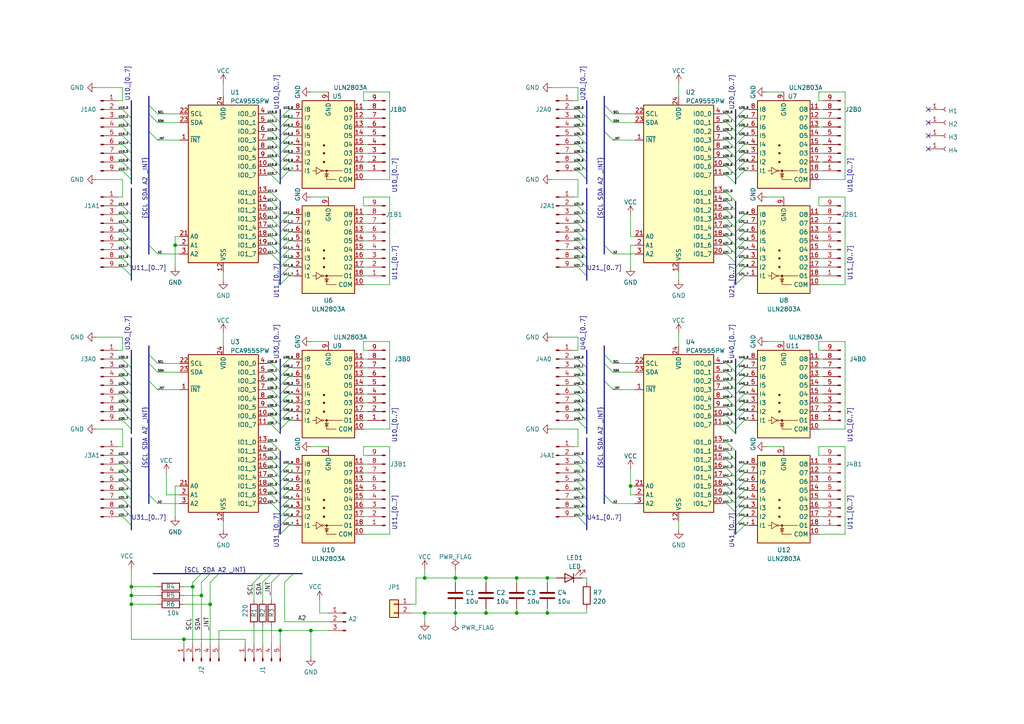
<source format=kicad_sch>
(kicad_sch (version 20231120) (generator "eeschema") (generator_version "8.0")
  (paper "A4")
  (junction (at 81.28 182.88))
  (junction (at 182.88 140.97))
  (junction (at 158.75 177.8))
  (junction (at 38.1 175.26))
  (junction (at 123.19 167.64))
  (junction (at 38.1 172.72))
  (junction (at 132.08 167.64))
  (junction (at 158.75 167.64))
  (junction (at 123.19 177.8))
  (junction (at 149.86 167.64))
  (junction (at 140.97 177.8))
  (junction (at 55.88 170.18))
  (junction (at 149.86 177.8))
  (junction (at 140.97 167.64))
  (junction (at 60.96 175.26))
  (junction (at 53.34 185.42))
  (junction (at 50.8 71.12))
  (junction (at 132.08 177.8))
  (junction (at 90.17 182.88))
  (junction (at 58.42 172.72))
  (junction (at 38.1 170.18))
  (no_connect (at 269.24 43.18))
  (no_connect (at 269.24 35.56))
  (no_connect (at 269.24 39.37))
  (no_connect (at 269.24 31.75))
  (bus_entry (at 213.36 147.32) (size 2.54 -2.54))
  (bus_entry (at 213.36 118.11) (size -2.54 -2.54))
  (bus_entry (at 81.28 154.94) (size 2.54 -2.54))
  (bus_entry (at 35.56 49.53) (size 2.54 2.54))
  (bus_entry (at 167.64 119.38) (size 2.54 2.54))
  (bus_entry (at 81.28 148.59) (size -2.54 -2.54))
  (bus_entry (at 213.36 67.31) (size 2.54 -2.54))
  (bus_entry (at 213.36 135.89) (size -2.54 -2.54))
  (bus_entry (at 213.36 64.77) (size 2.54 -2.54))
  (bus_entry (at 213.36 45.72) (size -2.54 -2.54))
  (bus_entry (at 35.56 69.85) (size 2.54 2.54))
  (bus_entry (at 213.36 142.24) (size 2.54 -2.54))
  (bus_entry (at 35.56 104.14) (size 2.54 2.54))
  (bus_entry (at 81.28 139.7) (size 2.54 -2.54))
  (bus_entry (at 213.36 58.42) (size -2.54 -2.54))
  (bus_entry (at 213.36 49.53) (size 2.54 -2.54))
  (bus_entry (at 213.36 76.2) (size -2.54 -2.54))
  (bus_entry (at 81.28 110.49) (size -2.54 -2.54))
  (bus_entry (at 170.18 69.85) (size -2.54 -2.54))
  (bus_entry (at 35.56 72.39) (size 2.54 2.54))
  (bus_entry (at 81.28 109.22) (size 2.54 -2.54))
  (bus_entry (at 81.28 137.16) (size 2.54 -2.54))
  (bus_entry (at 81.28 64.77) (size 2.54 -2.54))
  (bus_entry (at 35.56 144.78) (size 2.54 2.54))
  (bus_entry (at 167.64 147.32) (size 2.54 2.54))
  (bus_entry (at 58.42 166.37) (size -2.54 2.54))
  (bus_entry (at 81.28 146.05) (size -2.54 -2.54))
  (bus_entry (at 35.56 106.68) (size 2.54 2.54))
  (bus_entry (at 175.26 30.48) (size 2.54 2.54))
  (bus_entry (at 81.28 49.53) (size 2.54 -2.54))
  (bus_entry (at 81.28 77.47) (size 2.54 -2.54))
  (bus_entry (at 35.56 116.84) (size 2.54 2.54))
  (bus_entry (at 210.82 118.11) (size 2.54 2.54))
  (bus_entry (at 167.64 59.69) (size 2.54 2.54))
  (bus_entry (at 81.28 123.19) (size -2.54 -2.54))
  (bus_entry (at 81.28 113.03) (size -2.54 -2.54))
  (bus_entry (at 213.36 80.01) (size 2.54 -2.54))
  (bus_entry (at 213.36 36.83) (size 2.54 -2.54))
  (bus_entry (at 38.1 69.85) (size -2.54 -2.54))
  (bus_entry (at 213.36 77.47) (size 2.54 -2.54))
  (bus_entry (at 167.64 36.83) (size 2.54 2.54))
  (bus_entry (at 213.36 123.19) (size -2.54 -2.54))
  (bus_entry (at 167.64 69.85) (size 2.54 2.54))
  (bus_entry (at 35.56 34.29) (size 2.54 2.54))
  (bus_entry (at 167.64 134.62) (size 2.54 2.54))
  (bus_entry (at 167.64 109.22) (size 2.54 2.54))
  (bus_entry (at 81.28 35.56) (size -2.54 -2.54))
  (bus_entry (at 175.26 110.49) (size 2.54 2.54))
  (bus_entry (at 35.56 41.91) (size 2.54 2.54))
  (bus_entry (at 43.18 102.87) (size 2.54 2.54))
  (bus_entry (at 81.28 140.97) (size -2.54 -2.54))
  (bus_entry (at 81.28 46.99) (size 2.54 -2.54))
  (bus_entry (at 213.36 154.94) (size 2.54 -2.54))
  (bus_entry (at 167.64 39.37) (size 2.54 2.54))
  (bus_entry (at 213.36 72.39) (size 2.54 -2.54))
  (bus_entry (at 35.56 142.24) (size 2.54 2.54))
  (bus_entry (at 81.28 63.5) (size -2.54 -2.54))
  (bus_entry (at 213.36 71.12) (size -2.54 -2.54))
  (bus_entry (at 167.64 62.23) (size 2.54 2.54))
  (bus_entry (at 175.26 71.12) (size 2.54 2.54))
  (bus_entry (at 213.36 144.78) (size 2.54 -2.54))
  (bus_entry (at 81.28 69.85) (size 2.54 -2.54))
  (bus_entry (at 213.36 121.92) (size 2.54 -2.54))
  (bus_entry (at 81.28 67.31) (size 2.54 -2.54))
  (bus_entry (at 63.5 166.37) (size -2.54 2.54))
  (bus_entry (at 43.18 33.02) (size 2.54 2.54))
  (bus_entry (at 81.28 107.95) (size -2.54 -2.54))
  (bus_entry (at 43.18 38.1) (size 2.54 2.54))
  (bus_entry (at 167.64 77.47) (size 2.54 2.54))
  (bus_entry (at 167.64 144.78) (size 2.54 2.54))
  (bus_entry (at 81.28 60.96) (size -2.54 -2.54))
  (bus_entry (at 213.36 44.45) (size 2.54 -2.54))
  (bus_entry (at 81.28 125.73) (size -2.54 -2.54))
  (bus_entry (at 35.56 149.86) (size 2.54 2.54))
  (bus_entry (at 213.36 60.96) (size -2.54 -2.54))
  (bus_entry (at 167.64 114.3) (size 2.54 2.54))
  (bus_entry (at 213.36 110.49) (size -2.54 -2.54))
  (bus_entry (at 167.64 41.91) (size 2.54 2.54))
  (bus_entry (at 43.18 71.12) (size 2.54 2.54))
  (bus_entry (at 81.28 138.43) (size -2.54 -2.54))
  (bus_entry (at 213.36 119.38) (size 2.54 -2.54))
  (bus_entry (at 213.36 52.07) (size 2.54 -2.54))
  (bus_entry (at 175.26 33.02) (size 2.54 2.54))
  (bus_entry (at 81.28 53.34) (size -2.54 -2.54))
  (bus_entry (at 81.28 143.51) (size -2.54 -2.54))
  (bus_entry (at 81.28 80.01) (size 2.54 -2.54))
  (bus_entry (at 81.28 166.37) (size -2.54 2.54))
  (bus_entry (at 213.36 109.22) (size 2.54 -2.54))
  (bus_entry (at 213.36 41.91) (size 2.54 -2.54))
  (bus_entry (at 167.64 72.39) (size 2.54 2.54))
  (bus_entry (at 81.28 135.89) (size -2.54 -2.54))
  (bus_entry (at 35.56 46.99) (size 2.54 2.54))
  (bus_entry (at 81.28 45.72) (size -2.54 -2.54))
  (bus_entry (at 81.28 52.07) (size 2.54 -2.54))
  (bus_entry (at 213.36 66.04) (size -2.54 -2.54))
  (bus_entry (at 81.28 36.83) (size 2.54 -2.54))
  (bus_entry (at 167.64 49.53) (size 2.54 2.54))
  (bus_entry (at 35.56 147.32) (size 2.54 2.54))
  (bus_entry (at 213.36 106.68) (size 2.54 -2.54))
  (bus_entry (at 81.28 119.38) (size 2.54 -2.54))
  (bus_entry (at 76.2 166.37) (size -2.54 2.54))
  (bus_entry (at 35.56 39.37) (size 2.54 2.54))
  (bus_entry (at 81.28 130.81) (size -2.54 -2.54))
  (bus_entry (at 81.28 149.86) (size 2.54 -2.54))
  (bus_entry (at 167.64 132.08) (size 2.54 2.54))
  (bus_entry (at 81.28 116.84) (size 2.54 -2.54))
  (bus_entry (at 81.28 144.78) (size 2.54 -2.54))
  (bus_entry (at 213.36 124.46) (size 2.54 -2.54))
  (bus_entry (at 81.28 50.8) (size -2.54 -2.54))
  (bus_entry (at 170.18 142.24) (size -2.54 -2.54))
  (bus_entry (at 213.36 130.81) (size -2.54 -2.54))
  (bus_entry (at 213.36 63.5) (size -2.54 -2.54))
  (bus_entry (at 167.64 104.14) (size 2.54 2.54))
  (bus_entry (at 81.28 142.24) (size 2.54 -2.54))
  (bus_entry (at 81.28 73.66) (size -2.54 -2.54))
  (bus_entry (at 213.36 53.34) (size -2.54 -2.54))
  (bus_entry (at 213.36 34.29) (size 2.54 -2.54))
  (bus_entry (at 167.64 149.86) (size 2.54 2.54))
  (bus_entry (at 167.64 106.68) (size 2.54 2.54))
  (bus_entry (at 213.36 138.43) (size -2.54 -2.54))
  (bus_entry (at 81.28 68.58) (size -2.54 -2.54))
  (bus_entry (at 43.18 143.51) (size 2.54 2.54))
  (bus_entry (at 78.74 118.11) (size 2.54 2.54))
  (bus_entry (at 81.28 58.42) (size -2.54 -2.54))
  (bus_entry (at 81.28 111.76) (size 2.54 -2.54))
  (bus_entry (at 78.74 45.72) (size 2.54 2.54))
  (bus_entry (at 35.56 121.92) (size 2.54 2.54))
  (bus_entry (at 35.56 62.23) (size 2.54 2.54))
  (bus_entry (at 213.36 107.95) (size -2.54 -2.54))
  (bus_entry (at 81.28 133.35) (size -2.54 -2.54))
  (bus_entry (at 35.56 109.22) (size 2.54 2.54))
  (bus_entry (at 213.36 69.85) (size 2.54 -2.54))
  (bus_entry (at 213.36 113.03) (size -2.54 -2.54))
  (bus_entry (at 213.36 139.7) (size 2.54 -2.54))
  (bus_entry (at 81.28 106.68) (size 2.54 -2.54))
  (bus_entry (at 213.36 35.56) (size -2.54 -2.54))
  (bus_entry (at 78.74 166.37) (size -2.54 2.54))
  (bus_entry (at 213.36 148.59) (size -2.54 -2.54))
  (bus_entry (at 167.64 31.75) (size 2.54 2.54))
  (bus_entry (at 35.56 77.47) (size 2.54 2.54))
  (bus_entry (at 213.36 137.16) (size 2.54 -2.54))
  (bus_entry (at 213.36 133.35) (size -2.54 -2.54))
  (bus_entry (at 213.36 152.4) (size 2.54 -2.54))
  (bus_entry (at 35.56 132.08) (size 2.54 2.54))
  (bus_entry (at 210.82 45.72) (size 2.54 2.54))
  (bus_entry (at 167.64 116.84) (size 2.54 2.54))
  (bus_entry (at 81.28 121.92) (size 2.54 -2.54))
  (bus_entry (at 213.36 125.73) (size -2.54 -2.54))
  (bus_entry (at 167.64 121.92) (size 2.54 2.54))
  (bus_entry (at 213.36 40.64) (size -2.54 -2.54))
  (bus_entry (at 167.64 44.45) (size 2.54 2.54))
  (bus_entry (at 35.56 64.77) (size 2.54 2.54))
  (bus_entry (at 43.18 30.48) (size 2.54 2.54))
  (bus_entry (at 35.56 74.93) (size 2.54 2.54))
  (bus_entry (at 213.36 146.05) (size -2.54 -2.54))
  (bus_entry (at 213.36 46.99) (size 2.54 -2.54))
  (bus_entry (at 35.56 59.69) (size 2.54 2.54))
  (bus_entry (at 35.56 114.3) (size 2.54 2.54))
  (bus_entry (at 81.28 124.46) (size 2.54 -2.54))
  (bus_entry (at 167.64 74.93) (size 2.54 2.54))
  (bus_entry (at 213.36 38.1) (size -2.54 -2.54))
  (bus_entry (at 213.36 140.97) (size -2.54 -2.54))
  (bus_entry (at 81.28 147.32) (size 2.54 -2.54))
  (bus_entry (at 81.28 74.93) (size 2.54 -2.54))
  (bus_entry (at 81.28 114.3) (size 2.54 -2.54))
  (bus_entry (at 175.26 38.1) (size 2.54 2.54))
  (bus_entry (at 35.56 31.75) (size 2.54 2.54))
  (bus_entry (at 213.36 114.3) (size 2.54 -2.54))
  (bus_entry (at 167.64 111.76) (size 2.54 2.54))
  (bus_entry (at 35.56 36.83) (size 2.54 2.54))
  (bus_entry (at 213.36 73.66) (size -2.54 -2.54))
  (bus_entry (at 81.28 152.4) (size 2.54 -2.54))
  (bus_entry (at 35.56 119.38) (size 2.54 2.54))
  (bus_entry (at 213.36 74.93) (size 2.54 -2.54))
  (bus_entry (at 213.36 68.58) (size -2.54 -2.54))
  (bus_entry (at 85.09 166.37) (size -2.54 2.54))
  (bus_entry (at 213.36 149.86) (size 2.54 -2.54))
  (bus_entry (at 81.28 115.57) (size -2.54 -2.54))
  (bus_entry (at 81.28 71.12) (size -2.54 -2.54))
  (bus_entry (at 213.36 43.18) (size -2.54 -2.54))
  (bus_entry (at 175.26 143.51) (size 2.54 2.54))
  (bus_entry (at 38.1 142.24) (size -2.54 -2.54))
  (bus_entry (at 81.28 43.18) (size -2.54 -2.54))
  (bus_entry (at 167.64 137.16) (size 2.54 2.54))
  (bus_entry (at 213.36 50.8) (size -2.54 -2.54))
  (bus_entry (at 35.56 137.16) (size 2.54 2.54))
  (bus_entry (at 81.28 118.11) (size -2.54 -2.54))
  (bus_entry (at 167.64 64.77) (size 2.54 2.54))
  (bus_entry (at 81.28 76.2) (size -2.54 -2.54))
  (bus_entry (at 167.64 46.99) (size 2.54 2.54))
  (bus_entry (at 81.28 40.64) (size -2.54 -2.54))
  (bus_entry (at 213.36 111.76) (size 2.54 -2.54))
  (bus_entry (at 81.28 72.39) (size 2.54 -2.54))
  (bus_entry (at 43.18 105.41) (size 2.54 2.54))
  (bus_entry (at 213.36 115.57) (size -2.54 -2.54))
  (bus_entry (at 213.36 143.51) (size -2.54 -2.54))
  (bus_entry (at 35.56 111.76) (size 2.54 2.54))
  (bus_entry (at 175.26 102.87) (size 2.54 2.54))
  (bus_entry (at 81.28 34.29) (size 2.54 -2.54))
  (bus_entry (at 213.36 39.37) (size 2.54 -2.54))
  (bus_entry (at 81.28 41.91) (size 2.54 -2.54))
  (bus_entry (at 81.28 38.1) (size -2.54 -2.54))
  (bus_entry (at 81.28 39.37) (size 2.54 -2.54))
  (bus_entry (at 167.64 34.29) (size 2.54 2.54))
  (bus_entry (at 81.28 82.55) (size 2.54 -2.54))
  (bus_entry (at 81.28 66.04) (size -2.54 -2.54))
  (bus_entry (at 213.36 116.84) (size 2.54 -2.54))
  (bus_entry (at 35.56 44.45) (size 2.54 2.54))
  (bus_entry (at 213.36 82.55) (size 2.54 -2.54))
  (bus_entry (at 81.28 44.45) (size 2.54 -2.54))
  (bus_entry (at 35.56 134.62) (size 2.54 2.54))
  (bus_entry (at 167.64 142.24) (size 2.54 2.54))
  (bus_entry (at 60.96 166.37) (size -2.54 2.54))
  (bus_entry (at 43.18 110.49) (size 2.54 2.54))
  (bus_entry (at 175.26 105.41) (size 2.54 2.54))
  (wire (pts (xy 209.55 120.65) (xy 210.82 120.65)))
  (wire (pts (xy 38.1 170.18) (xy 38.1 165.1)))
  (wire (pts (xy 209.55 68.58) (xy 210.82 68.58)))
  (bus (pts (xy 213.36 44.45) (xy 213.36 45.72)))
  (wire (pts (xy 34.29 64.77) (xy 35.56 64.77)))
  (wire (pts (xy 160.02 52.07) (xy 167.64 52.07)))
  (wire (pts (xy 196.85 96.52) (xy 196.85 100.33)))
  (wire (pts (xy 166.37 109.22) (xy 167.64 109.22)))
  (bus (pts (xy 76.2 166.37) (xy 78.74 166.37)))
  (wire (pts (xy 105.41 101.6) (xy 106.68 101.6)))
  (bus (pts (xy 38.1 64.77) (xy 38.1 67.31)))
  (wire (pts (xy 215.9 137.16) (xy 217.17 137.16)))
  (wire (pts (xy 149.86 177.8) (xy 140.97 177.8)))
  (bus (pts (xy 38.1 49.53) (xy 38.1 52.07)))
  (wire (pts (xy 35.56 52.07) (xy 35.56 57.15)))
  (bus (pts (xy 213.36 152.4) (xy 213.36 154.94)))
  (wire (pts (xy 168.91 167.64) (xy 170.18 167.64)))
  (wire (pts (xy 167.64 101.6) (xy 167.64 97.79)))
  (wire (pts (xy 245.11 129.54) (xy 237.49 129.54)))
  (wire (pts (xy 215.9 49.53) (xy 217.17 49.53)))
  (bus (pts (xy 175.26 105.41) (xy 175.26 110.49)))
  (wire (pts (xy 34.29 46.99) (xy 35.56 46.99)))
  (bus (pts (xy 213.36 45.72) (xy 213.36 46.99)))
  (wire (pts (xy 34.29 119.38) (xy 35.56 119.38)))
  (wire (pts (xy 215.9 74.93) (xy 217.17 74.93)))
  (bus (pts (xy 213.36 110.49) (xy 213.36 111.76)))
  (wire (pts (xy 58.42 172.72) (xy 58.42 186.69)))
  (wire (pts (xy 215.9 106.68) (xy 217.17 106.68)))
  (wire (pts (xy 82.55 168.91) (xy 82.55 180.34)))
  (bus (pts (xy 43.18 33.02) (xy 43.18 38.1)))
  (bus (pts (xy 170.18 101.6) (xy 170.18 106.68)))
  (wire (pts (xy 77.47 107.95) (xy 78.74 107.95)))
  (bus (pts (xy 38.1 41.91) (xy 38.1 44.45)))
  (wire (pts (xy 237.49 80.01) (xy 238.76 80.01)))
  (bus (pts (xy 38.1 134.62) (xy 38.1 137.16)))
  (bus (pts (xy 44.45 166.37) (xy 58.42 166.37)))
  (bus (pts (xy 81.28 106.68) (xy 81.28 107.95)))
  (wire (pts (xy 105.41 59.69) (xy 106.68 59.69)))
  (wire (pts (xy 34.29 142.24) (xy 35.56 142.24)))
  (bus (pts (xy 213.36 46.99) (xy 213.36 48.26)))
  (wire (pts (xy 209.55 48.26) (xy 210.82 48.26)))
  (wire (pts (xy 215.9 67.31) (xy 217.17 67.31)))
  (wire (pts (xy 237.49 59.69) (xy 238.76 59.69)))
  (wire (pts (xy 34.29 106.68) (xy 35.56 106.68)))
  (wire (pts (xy 105.41 82.55) (xy 113.03 82.55)))
  (wire (pts (xy 35.56 29.21) (xy 35.56 25.4)))
  (wire (pts (xy 209.55 58.42) (xy 210.82 58.42)))
  (bus (pts (xy 38.1 106.68) (xy 38.1 109.22)))
  (wire (pts (xy 158.75 176.53) (xy 158.75 177.8)))
  (bus (pts (xy 38.1 127) (xy 38.1 134.62)))
  (bus (pts (xy 213.36 114.3) (xy 213.36 115.57)))
  (wire (pts (xy 35.56 97.79) (xy 27.94 97.79)))
  (wire (pts (xy 237.49 64.77) (xy 238.76 64.77)))
  (wire (pts (xy 105.41 142.24) (xy 106.68 142.24)))
  (wire (pts (xy 215.9 109.22) (xy 217.17 109.22)))
  (bus (pts (xy 170.18 119.38) (xy 170.18 121.92)))
  (bus (pts (xy 81.28 39.37) (xy 81.28 40.64)))
  (wire (pts (xy 77.47 135.89) (xy 78.74 135.89)))
  (wire (pts (xy 166.37 72.39) (xy 167.64 72.39)))
  (wire (pts (xy 177.8 107.95) (xy 184.15 107.95)))
  (bus (pts (xy 38.1 139.7) (xy 38.1 142.24)))
  (wire (pts (xy 38.1 170.18) (xy 45.72 170.18)))
  (wire (pts (xy 209.55 63.5) (xy 210.82 63.5)))
  (bus (pts (xy 170.18 111.76) (xy 170.18 114.3)))
  (wire (pts (xy 215.9 104.14) (xy 217.17 104.14)))
  (bus (pts (xy 213.36 142.24) (xy 213.36 143.51)))
  (wire (pts (xy 166.37 132.08) (xy 167.64 132.08)))
  (wire (pts (xy 34.29 132.08) (xy 35.56 132.08)))
  (wire (pts (xy 77.47 43.18) (xy 78.74 43.18)))
  (wire (pts (xy 90.17 99.06) (xy 95.25 99.06)))
  (wire (pts (xy 215.9 119.38) (xy 217.17 119.38)))
  (wire (pts (xy 237.49 57.15) (xy 237.49 59.69)))
  (wire (pts (xy 34.29 137.16) (xy 35.56 137.16)))
  (wire (pts (xy 166.37 41.91) (xy 167.64 41.91)))
  (bus (pts (xy 213.36 67.31) (xy 213.36 68.58)))
  (bus (pts (xy 81.28 46.99) (xy 81.28 48.26)))
  (wire (pts (xy 166.37 46.99) (xy 167.64 46.99)))
  (wire (pts (xy 166.37 139.7) (xy 167.64 139.7)))
  (bus (pts (xy 81.28 64.77) (xy 81.28 66.04)))
  (bus (pts (xy 213.36 109.22) (xy 213.36 110.49)))
  (wire (pts (xy 209.55 73.66) (xy 210.82 73.66)))
  (wire (pts (xy 83.82 36.83) (xy 85.09 36.83)))
  (wire (pts (xy 83.82 109.22) (xy 85.09 109.22)))
  (wire (pts (xy 105.41 139.7) (xy 106.68 139.7)))
  (wire (pts (xy 83.82 147.32) (xy 85.09 147.32)))
  (bus (pts (xy 175.26 143.51) (xy 175.26 146.05)))
  (bus (pts (xy 78.74 166.37) (xy 81.28 166.37)))
  (bus (pts (xy 81.28 130.81) (xy 81.28 133.35)))
  (wire (pts (xy 215.9 116.84) (xy 217.17 116.84)))
  (bus (pts (xy 213.36 68.58) (xy 213.36 69.85)))
  (bus (pts (xy 170.18 46.99) (xy 170.18 49.53)))
  (wire (pts (xy 170.18 177.8) (xy 158.75 177.8)))
  (bus (pts (xy 81.28 35.56) (xy 81.28 36.83)))
  (bus (pts (xy 170.18 137.16) (xy 170.18 139.7)))
  (bus (pts (xy 81.28 119.38) (xy 81.28 120.65)))
  (wire (pts (xy 90.17 182.88) (xy 90.17 190.5)))
  (wire (pts (xy 245.11 124.46) (xy 245.11 99.06)))
  (wire (pts (xy 113.03 57.15) (xy 105.41 57.15)))
  (wire (pts (xy 167.64 29.21) (xy 167.64 25.4)))
  (bus (pts (xy 81.28 149.86) (xy 81.28 152.4)))
  (wire (pts (xy 83.82 41.91) (xy 85.09 41.91)))
  (bus (pts (xy 81.28 36.83) (xy 81.28 38.1)))
  (wire (pts (xy 166.37 36.83) (xy 167.64 36.83)))
  (wire (pts (xy 105.41 152.4) (xy 106.68 152.4)))
  (bus (pts (xy 38.1 116.84) (xy 38.1 119.38)))
  (wire (pts (xy 222.25 99.06) (xy 227.33 99.06)))
  (wire (pts (xy 166.37 34.29) (xy 167.64 34.29)))
  (bus (pts (xy 213.36 147.32) (xy 213.36 148.59)))
  (bus (pts (xy 43.18 105.41) (xy 43.18 110.49)))
  (bus (pts (xy 38.1 114.3) (xy 38.1 116.84)))
  (wire (pts (xy 77.47 60.96) (xy 78.74 60.96)))
  (wire (pts (xy 237.49 114.3) (xy 238.76 114.3)))
  (wire (pts (xy 34.29 44.45) (xy 35.56 44.45)))
  (wire (pts (xy 34.29 144.78) (xy 35.56 144.78)))
  (bus (pts (xy 175.26 33.02) (xy 175.26 38.1)))
  (bus (pts (xy 170.18 34.29) (xy 170.18 36.83)))
  (bus (pts (xy 213.36 43.18) (xy 213.36 44.45)))
  (wire (pts (xy 34.29 147.32) (xy 35.56 147.32)))
  (wire (pts (xy 215.9 77.47) (xy 217.17 77.47)))
  (bus (pts (xy 43.18 102.87) (xy 43.18 105.41)))
  (bus (pts (xy 81.28 73.66) (xy 81.28 74.93)))
  (bus (pts (xy 175.26 30.48) (xy 175.26 33.02)))
  (wire (pts (xy 245.11 154.94) (xy 245.11 129.54)))
  (wire (pts (xy 83.82 119.38) (xy 85.09 119.38)))
  (wire (pts (xy 53.34 170.18) (xy 55.88 170.18)))
  (wire (pts (xy 90.17 129.54) (xy 95.25 129.54)))
  (wire (pts (xy 182.88 143.51) (xy 184.15 143.51)))
  (wire (pts (xy 38.1 175.26) (xy 45.72 175.26)))
  (bus (pts (xy 213.36 31.75) (xy 213.36 34.29)))
  (bus (pts (xy 213.36 149.86) (xy 213.36 152.4)))
  (wire (pts (xy 77.47 66.04) (xy 78.74 66.04)))
  (wire (pts (xy 215.9 72.39) (xy 217.17 72.39)))
  (wire (pts (xy 77.47 35.56) (xy 78.74 35.56)))
  (bus (pts (xy 38.1 39.37) (xy 38.1 41.91)))
  (bus (pts (xy 213.36 104.14) (xy 213.36 106.68)))
  (wire (pts (xy 215.9 121.92) (xy 217.17 121.92)))
  (wire (pts (xy 237.49 132.08) (xy 238.76 132.08)))
  (wire (pts (xy 77.47 138.43) (xy 78.74 138.43)))
  (wire (pts (xy 71.12 186.69) (xy 71.12 185.42)))
  (wire (pts (xy 27.94 124.46) (xy 35.56 124.46)))
  (bus (pts (xy 170.18 124.46) (xy 170.18 125.73)))
  (wire (pts (xy 105.41 49.53) (xy 106.68 49.53)))
  (wire (pts (xy 105.41 132.08) (xy 106.68 132.08)))
  (wire (pts (xy 166.37 101.6) (xy 167.64 101.6)))
  (bus (pts (xy 213.36 115.57) (xy 213.36 116.84)))
  (bus (pts (xy 170.18 62.23) (xy 170.18 64.77)))
  (wire (pts (xy 209.55 43.18) (xy 210.82 43.18)))
  (wire (pts (xy 83.82 44.45) (xy 85.09 44.45)))
  (bus (pts (xy 170.18 49.53) (xy 170.18 52.07)))
  (wire (pts (xy 83.82 72.39) (xy 85.09 72.39)))
  (bus (pts (xy 81.28 144.78) (xy 81.28 146.05)))
  (wire (pts (xy 105.41 124.46) (xy 113.03 124.46)))
  (wire (pts (xy 237.49 77.47) (xy 238.76 77.47)))
  (bus (pts (xy 175.26 100.33) (xy 175.26 102.87)))
  (wire (pts (xy 113.03 82.55) (xy 113.03 57.15)))
  (wire (pts (xy 209.55 71.12) (xy 210.82 71.12)))
  (wire (pts (xy 34.29 62.23) (xy 35.56 62.23)))
  (wire (pts (xy 237.49 29.21) (xy 238.76 29.21)))
  (bus (pts (xy 213.36 121.92) (xy 213.36 123.19)))
  (bus (pts (xy 213.36 144.78) (xy 213.36 146.05)))
  (bus (pts (xy 81.28 49.53) (xy 81.28 50.8)))
  (bus (pts (xy 175.26 27.94) (xy 175.26 30.48)))
  (wire (pts (xy 215.9 34.29) (xy 217.17 34.29)))
  (bus (pts (xy 213.36 123.19) (xy 213.36 124.46)))
  (wire (pts (xy 58.42 168.91) (xy 58.42 172.72)))
  (bus (pts (xy 213.36 71.12) (xy 213.36 72.39)))
  (wire (pts (xy 105.41 121.92) (xy 106.68 121.92)))
  (wire (pts (xy 149.86 176.53) (xy 149.86 177.8)))
  (bus (pts (xy 213.36 140.97) (xy 213.36 142.24)))
  (bus (pts (xy 213.36 64.77) (xy 213.36 66.04)))
  (wire (pts (xy 76.2 181.61) (xy 76.2 186.69)))
  (bus (pts (xy 38.1 67.31) (xy 38.1 69.85)))
  (bus (pts (xy 81.28 40.64) (xy 81.28 41.91)))
  (wire (pts (xy 35.56 129.54) (xy 34.29 129.54)))
  (wire (pts (xy 215.9 142.24) (xy 217.17 142.24)))
  (bus (pts (xy 81.28 52.07) (xy 81.28 53.34)))
  (wire (pts (xy 77.47 115.57) (xy 78.74 115.57)))
  (bus (pts (xy 213.36 58.42) (xy 213.36 60.96)))
  (wire (pts (xy 209.55 50.8) (xy 210.82 50.8)))
  (bus (pts (xy 81.28 133.35) (xy 81.28 135.89)))
  (wire (pts (xy 105.41 74.93) (xy 106.68 74.93)))
  (wire (pts (xy 27.94 52.07) (xy 35.56 52.07)))
  (wire (pts (xy 237.49 154.94) (xy 245.11 154.94)))
  (bus (pts (xy 81.28 114.3) (xy 81.28 115.57)))
  (wire (pts (xy 90.17 57.15) (xy 95.25 57.15)))
  (bus (pts (xy 81.28 60.96) (xy 81.28 63.5)))
  (bus (pts (xy 81.28 45.72) (xy 81.28 46.99)))
  (bus (pts (xy 170.18 29.21) (xy 170.18 34.29)))
  (wire (pts (xy 215.9 149.86) (xy 217.17 149.86)))
  (wire (pts (xy 237.49 67.31) (xy 238.76 67.31)))
  (bus (pts (xy 213.36 38.1) (xy 213.36 39.37)))
  (wire (pts (xy 215.9 69.85) (xy 217.17 69.85)))
  (wire (pts (xy 105.41 62.23) (xy 106.68 62.23)))
  (bus (pts (xy 170.18 116.84) (xy 170.18 119.38)))
  (bus (pts (xy 43.18 38.1) (xy 43.18 71.12)))
  (wire (pts (xy 182.88 71.12) (xy 184.15 71.12)))
  (wire (pts (xy 55.88 170.18) (xy 55.88 186.69)))
  (wire (pts (xy 209.55 33.02) (xy 210.82 33.02)))
  (wire (pts (xy 105.41 149.86) (xy 106.68 149.86)))
  (bus (pts (xy 170.18 109.22) (xy 170.18 111.76)))
  (wire (pts (xy 77.47 133.35) (xy 78.74 133.35)))
  (bus (pts (xy 81.28 48.26) (xy 81.28 49.53)))
  (wire (pts (xy 149.86 167.64) (xy 158.75 167.64)))
  (wire (pts (xy 237.49 116.84) (xy 238.76 116.84)))
  (wire (pts (xy 77.47 48.26) (xy 78.74 48.26)))
  (wire (pts (xy 77.47 110.49) (xy 78.74 110.49)))
  (bus (pts (xy 38.1 149.86) (xy 38.1 152.4)))
  (wire (pts (xy 83.82 46.99) (xy 85.09 46.99)))
  (wire (pts (xy 182.88 77.47) (xy 182.88 71.12)))
  (wire (pts (xy 34.29 36.83) (xy 35.56 36.83)))
  (wire (pts (xy 177.8 33.02) (xy 184.15 33.02)))
  (bus (pts (xy 170.18 149.86) (xy 170.18 152.4)))
  (bus (pts (xy 81.28 118.11) (xy 81.28 119.38)))
  (wire (pts (xy 166.37 104.14) (xy 167.64 104.14)))
  (wire (pts (xy 105.41 109.22) (xy 106.68 109.22)))
  (wire (pts (xy 209.55 40.64) (xy 210.82 40.64)))
  (wire (pts (xy 166.37 64.77) (xy 167.64 64.77)))
  (wire (pts (xy 45.72 105.41) (xy 52.07 105.41)))
  (bus (pts (xy 213.36 137.16) (xy 213.36 138.43)))
  (wire (pts (xy 209.55 133.35) (xy 210.82 133.35)))
  (bus (pts (xy 213.36 63.5) (xy 213.36 64.77)))
  (wire (pts (xy 158.75 167.64) (xy 158.75 168.91)))
  (wire (pts (xy 83.82 134.62) (xy 85.09 134.62)))
  (wire (pts (xy 83.82 142.24) (xy 85.09 142.24)))
  (wire (pts (xy 215.9 144.78) (xy 217.17 144.78)))
  (wire (pts (xy 215.9 134.62) (xy 217.17 134.62)))
  (wire (pts (xy 83.82 104.14) (xy 85.09 104.14)))
  (wire (pts (xy 196.85 78.74) (xy 196.85 81.28)))
  (wire (pts (xy 34.29 69.85) (xy 35.56 69.85)))
  (bus (pts (xy 170.18 114.3) (xy 170.18 116.84)))
  (wire (pts (xy 237.49 129.54) (xy 237.49 132.08)))
  (wire (pts (xy 140.97 167.64) (xy 140.97 168.91)))
  (bus (pts (xy 175.26 102.87) (xy 175.26 105.41)))
  (bus (pts (xy 43.18 100.33) (xy 43.18 102.87)))
  (bus (pts (xy 81.28 142.24) (xy 81.28 143.51)))
  (wire (pts (xy 63.5 186.69) (xy 63.5 182.88)))
  (bus (pts (xy 81.28 111.76) (xy 81.28 113.03)))
  (wire (pts (xy 209.55 113.03) (xy 210.82 113.03)))
  (wire (pts (xy 237.49 109.22) (xy 238.76 109.22)))
  (wire (pts (xy 105.41 134.62) (xy 106.68 134.62)))
  (wire (pts (xy 166.37 137.16) (xy 167.64 137.16)))
  (wire (pts (xy 64.77 151.13) (xy 64.77 153.67)))
  (wire (pts (xy 105.41 29.21) (xy 106.68 29.21)))
  (bus (pts (xy 175.26 110.49) (xy 175.26 143.51)))
  (wire (pts (xy 166.37 39.37) (xy 167.64 39.37)))
  (bus (pts (xy 170.18 139.7) (xy 170.18 142.24)))
  (bus (pts (xy 213.36 69.85) (xy 213.36 71.12)))
  (wire (pts (xy 237.49 36.83) (xy 238.76 36.83)))
  (wire (pts (xy 166.37 67.31) (xy 167.64 67.31)))
  (bus (pts (xy 170.18 106.68) (xy 170.18 109.22)))
  (wire (pts (xy 77.47 123.19) (xy 78.74 123.19)))
  (wire (pts (xy 105.41 34.29) (xy 106.68 34.29)))
  (wire (pts (xy 73.66 181.61) (xy 73.66 186.69)))
  (wire (pts (xy 81.28 182.88) (xy 81.28 186.69)))
  (wire (pts (xy 215.9 139.7) (xy 217.17 139.7)))
  (bus (pts (xy 213.36 118.11) (xy 213.36 119.38)))
  (bus (pts (xy 213.36 35.56) (xy 213.36 36.83)))
  (wire (pts (xy 237.49 31.75) (xy 238.76 31.75)))
  (bus (pts (xy 81.28 43.18) (xy 81.28 44.45)))
  (bus (pts (xy 81.28 121.92) (xy 81.28 123.19)))
  (bus (pts (xy 81.28 31.75) (xy 81.28 34.29)))
  (wire (pts (xy 95.25 182.88) (xy 90.17 182.88)))
  (bus (pts (xy 38.1 72.39) (xy 38.1 74.93)))
  (bus (pts (xy 38.1 119.38) (xy 38.1 121.92)))
  (wire (pts (xy 245.11 57.15) (xy 237.49 57.15)))
  (wire (pts (xy 209.55 135.89) (xy 210.82 135.89)))
  (wire (pts (xy 34.29 31.75) (xy 35.56 31.75)))
  (bus (pts (xy 213.36 80.01) (xy 213.36 82.55)))
  (bus (pts (xy 213.36 107.95) (xy 213.36 109.22)))
  (wire (pts (xy 209.55 35.56) (xy 210.82 35.56)))
  (wire (pts (xy 237.49 101.6) (xy 238.76 101.6)))
  (wire (pts (xy 83.82 139.7) (xy 85.09 139.7)))
  (wire (pts (xy 83.82 34.29) (xy 85.09 34.29)))
  (bus (pts (xy 38.1 62.23) (xy 38.1 64.77)))
  (wire (pts (xy 166.37 59.69) (xy 167.64 59.69)))
  (wire (pts (xy 132.08 165.1) (xy 132.08 167.64)))
  (wire (pts (xy 215.9 41.91) (xy 217.17 41.91)))
  (wire (pts (xy 83.82 77.47) (xy 85.09 77.47)))
  (bus (pts (xy 81.28 38.1) (xy 81.28 39.37)))
  (bus (pts (xy 213.36 73.66) (xy 213.36 74.93)))
  (wire (pts (xy 105.41 67.31) (xy 106.68 67.31)))
  (bus (pts (xy 213.36 40.64) (xy 213.36 41.91)))
  (wire (pts (xy 34.29 149.86) (xy 35.56 149.86)))
  (wire (pts (xy 83.82 149.86) (xy 85.09 149.86)))
  (bus (pts (xy 38.1 111.76) (xy 38.1 114.3)))
  (wire (pts (xy 90.17 26.67) (xy 95.25 26.67)))
  (wire (pts (xy 77.47 40.64) (xy 78.74 40.64)))
  (wire (pts (xy 45.72 107.95) (xy 52.07 107.95)))
  (wire (pts (xy 113.03 154.94) (xy 113.03 129.54)))
  (wire (pts (xy 237.49 26.67) (xy 237.49 29.21)))
  (wire (pts (xy 50.8 71.12) (xy 52.07 71.12)))
  (wire (pts (xy 120.65 167.64) (xy 123.19 167.64)))
  (wire (pts (xy 245.11 26.67) (xy 237.49 26.67)))
  (bus (pts (xy 170.18 121.92) (xy 170.18 124.46)))
  (bus (pts (xy 170.18 69.85) (xy 170.18 72.39)))
  (bus (pts (xy 81.28 66.04) (xy 81.28 67.31)))
  (wire (pts (xy 196.85 151.13) (xy 196.85 153.67)))
  (wire (pts (xy 132.08 167.64) (xy 132.08 168.91)))
  (wire (pts (xy 167.64 25.4) (xy 160.02 25.4)))
  (bus (pts (xy 170.18 152.4) (xy 170.18 153.67)))
  (bus (pts (xy 175.26 38.1) (xy 175.26 71.12)))
  (wire (pts (xy 53.34 172.72) (xy 58.42 172.72)))
  (bus (pts (xy 81.28 137.16) (xy 81.28 138.43)))
  (wire (pts (xy 105.41 64.77) (xy 106.68 64.77)))
  (wire (pts (xy 105.41 41.91) (xy 106.68 41.91)))
  (wire (pts (xy 34.29 116.84) (xy 35.56 116.84)))
  (wire (pts (xy 35.56 25.4) (xy 27.94 25.4)))
  (wire (pts (xy 34.29 121.92) (xy 35.56 121.92)))
  (bus (pts (xy 38.1 144.78) (xy 38.1 147.32)))
  (wire (pts (xy 177.8 146.05) (xy 184.15 146.05)))
  (wire (pts (xy 237.49 104.14) (xy 238.76 104.14)))
  (wire (pts (xy 35.56 67.31) (xy 34.29 67.31)))
  (bus (pts (xy 38.1 147.32) (xy 38.1 149.86)))
  (wire (pts (xy 38.1 185.42) (xy 38.1 175.26)))
  (wire (pts (xy 209.55 105.41) (xy 210.82 105.41)))
  (bus (pts (xy 213.36 74.93) (xy 213.36 76.2)))
  (wire (pts (xy 105.41 72.39) (xy 106.68 72.39)))
  (wire (pts (xy 105.41 111.76) (xy 106.68 111.76)))
  (wire (pts (xy 209.55 118.11) (xy 210.82 118.11)))
  (wire (pts (xy 209.55 146.05) (xy 210.82 146.05)))
  (wire (pts (xy 209.55 140.97) (xy 210.82 140.97)))
  (wire (pts (xy 215.9 64.77) (xy 217.17 64.77)))
  (wire (pts (xy 83.82 67.31) (xy 85.09 67.31)))
  (wire (pts (xy 82.55 180.34) (xy 95.25 180.34)))
  (wire (pts (xy 166.37 29.21) (xy 167.64 29.21)))
  (wire (pts (xy 237.49 119.38) (xy 238.76 119.38)))
  (wire (pts (xy 209.55 143.51) (xy 210.82 143.51)))
  (wire (pts (xy 34.29 39.37) (xy 35.56 39.37)))
  (wire (pts (xy 177.8 113.03) (xy 184.15 113.03)))
  (wire (pts (xy 166.37 134.62) (xy 167.64 134.62)))
  (bus (pts (xy 38.1 142.24) (xy 38.1 144.78)))
  (wire (pts (xy 83.82 116.84) (xy 85.09 116.84)))
  (wire (pts (xy 77.47 55.88) (xy 78.74 55.88)))
  (bus (pts (xy 213.36 133.35) (xy 213.36 135.89)))
  (bus (pts (xy 38.1 36.83) (xy 38.1 39.37)))
  (wire (pts (xy 140.97 176.53) (xy 140.97 177.8)))
  (bus (pts (xy 38.1 80.01) (xy 38.1 81.28)))
  (wire (pts (xy 78.74 181.61) (xy 78.74 186.69)))
  (wire (pts (xy 105.41 26.67) (xy 105.41 29.21)))
  (bus (pts (xy 213.36 48.26) (xy 213.36 49.53)))
  (bus (pts (xy 213.36 135.89) (xy 213.36 137.16)))
  (wire (pts (xy 237.49 124.46) (xy 245.11 124.46)))
  (wire (pts (xy 83.82 62.23) (xy 85.09 62.23)))
  (wire (pts (xy 237.49 121.92) (xy 238.76 121.92)))
  (wire (pts (xy 166.37 116.84) (xy 167.64 116.84)))
  (bus (pts (xy 81.28 107.95) (xy 81.28 109.22)))
  (wire (pts (xy 237.49 44.45) (xy 238.76 44.45)))
  (wire (pts (xy 60.96 175.26) (xy 60.96 186.69)))
  (wire (pts (xy 77.47 118.11) (xy 78.74 118.11)))
  (bus (pts (xy 170.18 74.93) (xy 170.18 77.47)))
  (bus (pts (xy 43.18 30.48) (xy 43.18 33.02)))
  (bus (pts (xy 81.28 140.97) (xy 81.28 142.24)))
  (wire (pts (xy 237.49 142.24) (xy 238.76 142.24)))
  (wire (pts (xy 166.37 69.85) (xy 167.64 69.85)))
  (wire (pts (xy 45.72 40.64) (xy 52.07 40.64)))
  (wire (pts (xy 237.49 62.23) (xy 238.76 62.23)))
  (wire (pts (xy 113.03 99.06) (xy 105.41 99.06)))
  (bus (pts (xy 81.28 166.37) (xy 85.09 166.37)))
  (bus (pts (xy 38.1 124.46) (xy 38.1 125.73)))
  (bus (pts (xy 81.28 113.03) (xy 81.28 114.3)))
  (bus (pts (xy 63.5 166.37) (xy 76.2 166.37)))
  (wire (pts (xy 123.19 177.8) (xy 132.08 177.8)))
  (wire (pts (xy 35.56 124.46) (xy 35.56 129.54)))
  (bus (pts (xy 213.36 36.83) (xy 213.36 38.1)))
  (bus (pts (xy 175.26 71.12) (xy 175.26 73.66)))
  (wire (pts (xy 209.55 130.81) (xy 210.82 130.81)))
  (bus (pts (xy 38.1 34.29) (xy 38.1 36.83)))
  (wire (pts (xy 209.55 66.04) (xy 210.82 66.04)))
  (wire (pts (xy 34.29 49.53) (xy 35.56 49.53)))
  (bus (pts (xy 213.36 116.84) (xy 213.36 118.11)))
  (wire (pts (xy 45.72 33.02) (xy 52.07 33.02)))
  (bus (pts (xy 81.28 146.05) (xy 81.28 147.32)))
  (wire (pts (xy 215.9 44.45) (xy 217.17 44.45)))
  (bus (pts (xy 81.28 104.14) (xy 81.28 106.68)))
  (wire (pts (xy 77.47 146.05) (xy 78.74 146.05)))
  (wire (pts (xy 71.12 185.42) (xy 53.34 185.42)))
  (wire (pts (xy 77.47 63.5) (xy 78.74 63.5)))
  (wire (pts (xy 177.8 73.66) (xy 184.15 73.66)))
  (wire (pts (xy 170.18 176.53) (xy 170.18 177.8)))
  (wire (pts (xy 166.37 106.68) (xy 167.64 106.68)))
  (bus (pts (xy 81.28 147.32) (xy 81.28 148.59)))
  (wire (pts (xy 105.41 46.99) (xy 106.68 46.99)))
  (bus (pts (xy 43.18 110.49) (xy 43.18 143.51)))
  (wire (pts (xy 64.77 78.74) (xy 64.77 81.28)))
  (bus (pts (xy 170.18 41.91) (xy 170.18 44.45)))
  (wire (pts (xy 77.47 113.03) (xy 78.74 113.03)))
  (wire (pts (xy 105.41 144.78) (xy 106.68 144.78)))
  (wire (pts (xy 215.9 114.3) (xy 217.17 114.3)))
  (wire (pts (xy 45.72 146.05) (xy 52.07 146.05)))
  (bus (pts (xy 81.28 139.7) (xy 81.28 140.97)))
  (bus (pts (xy 81.28 138.43) (xy 81.28 139.7)))
  (wire (pts (xy 237.49 69.85) (xy 238.76 69.85)))
  (bus (pts (xy 213.36 124.46) (xy 213.36 125.73)))
  (wire (pts (xy 76.2 168.91) (xy 76.2 173.99)))
  (bus (pts (xy 38.1 69.85) (xy 38.1 72.39)))
  (bus (pts (xy 213.36 120.65) (xy 213.36 121.92)))
  (bus (pts (xy 213.36 41.91) (xy 213.36 43.18)))
  (bus (pts (xy 81.28 41.91) (xy 81.28 43.18)))
  (bus (pts (xy 81.28 69.85) (xy 81.28 71.12)))
  (wire (pts (xy 120.65 175.26) (xy 120.65 167.64)))
  (wire (pts (xy 105.41 31.75) (xy 106.68 31.75)))
  (wire (pts (xy 166.37 147.32) (xy 167.64 147.32)))
  (wire (pts (xy 78.74 168.91) (xy 78.74 173.99)))
  (bus (pts (xy 81.28 148.59) (xy 81.28 149.86)))
  (bus (pts (xy 43.18 71.12) (xy 43.18 73.66)))
  (bus (pts (xy 170.18 147.32) (xy 170.18 149.86)))
  (wire (pts (xy 53.34 185.42) (xy 53.34 186.69)))
  (wire (pts (xy 140.97 177.8) (xy 132.08 177.8)))
  (wire (pts (xy 237.49 134.62) (xy 238.76 134.62)))
  (wire (pts (xy 92.71 173.99) (xy 92.71 177.8)))
  (wire (pts (xy 113.03 129.54) (xy 105.41 129.54)))
  (wire (pts (xy 63.5 182.88) (xy 81.28 182.88)))
  (wire (pts (xy 237.49 137.16) (xy 238.76 137.16)))
  (bus (pts (xy 81.28 135.89) (xy 81.28 137.16)))
  (bus (pts (xy 38.1 121.92) (xy 38.1 124.46)))
  (wire (pts (xy 83.82 74.93) (xy 85.09 74.93)))
  (bus (pts (xy 213.36 119.38) (xy 213.36 120.65)))
  (bus (pts (xy 38.1 44.45) (xy 38.1 46.99)))
  (wire (pts (xy 105.41 39.37) (xy 106.68 39.37)))
  (wire (pts (xy 113.03 124.46) (xy 113.03 99.06)))
  (bus (pts (xy 38.1 54.61) (xy 38.1 62.23)))
  (wire (pts (xy 83.82 111.76) (xy 85.09 111.76)))
  (bus (pts (xy 213.36 143.51) (xy 213.36 144.78)))
  (wire (pts (xy 158.75 177.8) (xy 149.86 177.8)))
  (wire (pts (xy 160.02 124.46) (xy 167.64 124.46)))
  (wire (pts (xy 237.49 139.7) (xy 238.76 139.7)))
  (bus (pts (xy 81.28 116.84) (xy 81.28 118.11)))
  (bus (pts (xy 38.1 152.4) (xy 38.1 153.67)))
  (wire (pts (xy 92.71 177.8) (xy 95.25 177.8)))
  (wire (pts (xy 166.37 44.45) (xy 167.64 44.45)))
  (bus (pts (xy 213.36 39.37) (xy 213.36 40.64)))
  (wire (pts (xy 166.37 142.24) (xy 167.64 142.24)))
  (wire (pts (xy 105.41 137.16) (xy 106.68 137.16)))
  (bus (pts (xy 81.28 68.58) (xy 81.28 69.85)))
  (bus (pts (xy 81.28 71.12) (xy 81.28 72.39)))
  (wire (pts (xy 105.41 99.06) (xy 105.41 101.6)))
  (wire (pts (xy 77.47 73.66) (xy 78.74 73.66)))
  (wire (pts (xy 215.9 152.4) (xy 217.17 152.4)))
  (wire (pts (xy 215.9 62.23) (xy 217.17 62.23)))
  (wire (pts (xy 237.49 39.37) (xy 238.76 39.37)))
  (bus (pts (xy 38.1 137.16) (xy 38.1 139.7)))
  (bus (pts (xy 38.1 77.47) (xy 38.1 80.01)))
  (bus (pts (xy 213.36 76.2) (xy 213.36 77.47)))
  (wire (pts (xy 166.37 119.38) (xy 167.64 119.38)))
  (bus (pts (xy 85.09 166.37) (xy 87.63 166.37)))
  (bus (pts (xy 170.18 134.62) (xy 170.18 137.16)))
  (wire (pts (xy 50.8 71.12) (xy 50.8 68.58)))
  (wire (pts (xy 209.55 138.43) (xy 210.82 138.43)))
  (wire (pts (xy 182.88 140.97) (xy 182.88 143.51)))
  (bus (pts (xy 213.36 50.8) (xy 213.36 52.07)))
  (wire (pts (xy 209.55 115.57) (xy 210.82 115.57)))
  (bus (pts (xy 81.28 34.29) (xy 81.28 35.56)))
  (wire (pts (xy 83.82 121.92) (xy 85.09 121.92)))
  (bus (pts (xy 38.1 101.6) (xy 38.1 106.68)))
  (wire (pts (xy 105.41 147.32) (xy 106.68 147.32)))
  (wire (pts (xy 237.49 74.93) (xy 238.76 74.93)))
  (wire (pts (xy 77.47 130.81) (xy 78.74 130.81)))
  (wire (pts (xy 53.34 175.26) (xy 60.96 175.26)))
  (wire (pts (xy 182.88 68.58) (xy 182.88 62.23)))
  (wire (pts (xy 105.41 119.38) (xy 106.68 119.38)))
  (wire (pts (xy 35.56 101.6) (xy 35.56 97.79)))
  (wire (pts (xy 237.49 72.39) (xy 238.76 72.39)))
  (wire (pts (xy 167.64 124.46) (xy 167.64 129.54)))
  (wire (pts (xy 166.37 49.53) (xy 167.64 49.53)))
  (wire (pts (xy 209.55 110.49) (xy 210.82 110.49)))
  (wire (pts (xy 48.26 137.16) (xy 48.26 143.51)))
  (bus (pts (xy 43.18 27.94) (xy 43.18 30.48)))
  (bus (pts (xy 38.1 29.21) (xy 38.1 34.29)))
  (bus (pts (xy 213.36 106.68) (xy 213.36 107.95)))
  (wire (pts (xy 222.25 57.15) (xy 227.33 57.15)))
  (wire (pts (xy 105.41 57.15) (xy 105.41 59.69)))
  (bus (pts (xy 38.1 109.22) (xy 38.1 111.76)))
  (bus (pts (xy 38.1 74.93) (xy 38.1 77.47)))
  (bus (pts (xy 213.36 139.7) (xy 213.36 140.97)))
  (bus (pts (xy 213.36 60.96) (xy 213.36 63.5)))
  (wire (pts (xy 132.08 167.64) (xy 140.97 167.64)))
  (bus (pts (xy 213.36 77.47) (xy 213.36 80.01)))
  (wire (pts (xy 105.41 154.94) (xy 113.03 154.94)))
  (wire (pts (xy 237.49 149.86) (xy 238.76 149.86)))
  (wire (pts (xy 83.82 49.53) (xy 85.09 49.53)))
  (wire (pts (xy 34.29 104.14) (xy 35.56 104.14)))
  (bus (pts (xy 81.28 110.49) (xy 81.28 111.76)))
  (wire (pts (xy 105.41 77.47) (xy 106.68 77.47)))
  (wire (pts (xy 45.72 73.66) (xy 52.07 73.66)))
  (wire (pts (xy 215.9 147.32) (xy 217.17 147.32)))
  (bus (pts (xy 213.36 49.53) (xy 213.36 50.8)))
  (wire (pts (xy 34.29 114.3) (xy 35.56 114.3)))
  (bus (pts (xy 81.28 115.57) (xy 81.28 116.84)))
  (wire (pts (xy 83.82 31.75) (xy 85.09 31.75)))
  (bus (pts (xy 170.18 72.39) (xy 170.18 74.93)))
  (wire (pts (xy 166.37 74.93) (xy 167.64 74.93)))
  (wire (pts (xy 166.37 77.47) (xy 167.64 77.47)))
  (wire (pts (xy 38.1 185.42) (xy 53.34 185.42)))
  (bus (pts (xy 213.36 146.05) (xy 213.36 147.32)))
  (bus (pts (xy 170.18 44.45) (xy 170.18 46.99)))
  (wire (pts (xy 237.49 152.4) (xy 238.76 152.4)))
  (wire (pts (xy 237.49 41.91) (xy 238.76 41.91)))
  (wire (pts (xy 166.37 149.86) (xy 167.64 149.86)))
  (bus (pts (xy 81.28 76.2) (xy 81.28 77.47)))
  (bus (pts (xy 81.28 152.4) (xy 81.28 154.94)))
  (wire (pts (xy 64.77 96.52) (xy 64.77 100.33)))
  (wire (pts (xy 123.19 177.8) (xy 123.19 180.34)))
  (wire (pts (xy 77.47 105.41) (xy 78.74 105.41)))
  (wire (pts (xy 77.47 33.02) (xy 78.74 33.02)))
  (bus (pts (xy 170.18 64.77) (xy 170.18 67.31)))
  (bus (pts (xy 170.18 127) (xy 170.18 134.62)))
  (wire (pts (xy 55.88 168.91) (xy 55.88 170.18)))
  (wire (pts (xy 38.1 172.72) (xy 45.72 172.72)))
  (wire (pts (xy 83.82 114.3) (xy 85.09 114.3)))
  (wire (pts (xy 222.25 129.54) (xy 227.33 129.54)))
  (wire (pts (xy 166.37 144.78) (xy 167.64 144.78)))
  (wire (pts (xy 209.55 107.95) (xy 210.82 107.95)))
  (wire (pts (xy 83.82 69.85) (xy 85.09 69.85)))
  (wire (pts (xy 215.9 31.75) (xy 217.17 31.75)))
  (wire (pts (xy 50.8 77.47) (xy 50.8 71.12)))
  (wire (pts (xy 83.82 144.78) (xy 85.09 144.78)))
  (wire (pts (xy 105.41 69.85) (xy 106.68 69.85)))
  (wire (pts (xy 73.66 168.91) (xy 73.66 173.99)))
  (wire (pts (xy 50.8 140.97) (xy 50.8 149.86)))
  (bus (pts (xy 213.36 66.04) (xy 213.36 67.31)))
  (wire (pts (xy 50.8 140.97) (xy 52.07 140.97)))
  (wire (pts (xy 166.37 111.76) (xy 167.64 111.76)))
  (wire (pts (xy 215.9 36.83) (xy 217.17 36.83)))
  (bus (pts (xy 213.36 52.07) (xy 213.36 53.34)))
  (bus (pts (xy 81.28 143.51) (xy 81.28 144.78)))
  (wire (pts (xy 105.41 36.83) (xy 106.68 36.83)))
  (wire (pts (xy 237.49 99.06) (xy 237.49 101.6)))
  (wire (pts (xy 77.47 45.72) (xy 78.74 45.72)))
  (bus (pts (xy 81.28 67.31) (xy 81.28 68.58)))
  (wire (pts (xy 34.29 109.22) (xy 35.56 109.22)))
  (wire (pts (xy 209.55 128.27) (xy 210.82 128.27)))
  (wire (pts (xy 77.47 120.65) (xy 78.74 120.65)))
  (bus (pts (xy 170.18 39.37) (xy 170.18 41.91)))
  (bus (pts (xy 58.42 166.37) (xy 60.96 166.37)))
  (wire (pts (xy 237.49 46.99) (xy 238.76 46.99)))
  (bus (pts (xy 213.36 113.03) (xy 213.36 114.3)))
  (bus (pts (xy 81.28 123.19) (xy 81.28 124.46)))
  (wire (pts (xy 105.41 116.84) (xy 106.68 116.84)))
  (wire (pts (xy 105.41 104.14) (xy 106.68 104.14)))
  (bus (pts (xy 170.18 67.31) (xy 170.18 69.85)))
  (wire (pts (xy 105.41 44.45) (xy 106.68 44.45)))
  (bus (pts (xy 81.28 120.65) (xy 81.28 121.92)))
  (wire (pts (xy 113.03 52.07) (xy 113.03 26.67)))
  (wire (pts (xy 215.9 80.01) (xy 217.17 80.01)))
  (wire (pts (xy 237.49 144.78) (xy 238.76 144.78)))
  (bus (pts (xy 81.28 109.22) (xy 81.28 110.49)))
  (wire (pts (xy 245.11 52.07) (xy 245.11 26.67)))
  (wire (pts (xy 237.49 34.29) (xy 238.76 34.29)))
  (wire (pts (xy 105.41 114.3) (xy 106.68 114.3)))
  (bus (pts (xy 170.18 54.61) (xy 170.18 62.23)))
  (wire (pts (xy 77.47 38.1) (xy 78.74 38.1)))
  (wire (pts (xy 77.47 140.97) (xy 78.74 140.97)))
  (wire (pts (xy 34.29 139.7) (xy 35.56 139.7)))
  (wire (pts (xy 245.11 99.06) (xy 237.49 99.06)))
  (wire (pts (xy 83.82 152.4) (xy 85.09 152.4)))
  (wire (pts (xy 34.29 34.29) (xy 35.56 34.29)))
  (wire (pts (xy 166.37 31.75) (xy 167.64 31.75)))
  (wire (pts (xy 167.64 57.15) (xy 167.64 52.07)))
  (wire (pts (xy 77.47 128.27) (xy 78.74 128.27)))
  (bus (pts (xy 81.28 72.39) (xy 81.28 73.66)))
  (bus (pts (xy 170.18 52.07) (xy 170.18 53.34)))
  (wire (pts (xy 119.38 175.26) (xy 120.65 175.26)))
  (wire (pts (xy 237.49 111.76) (xy 238.76 111.76)))
  (wire (pts (xy 105.41 129.54) (xy 105.41 132.08)))
  (wire (pts (xy 34.29 29.21) (xy 35.56 29.21)))
  (wire (pts (xy 105.41 80.01) (xy 106.68 80.01)))
  (wire (pts (xy 83.82 80.01) (xy 85.09 80.01)))
  (wire (pts (xy 83.82 106.68) (xy 85.09 106.68)))
  (wire (pts (xy 245.11 82.55) (xy 245.11 57.15)))
  (wire (pts (xy 140.97 167.64) (xy 149.86 167.64)))
  (wire (pts (xy 237.49 49.53) (xy 238.76 49.53)))
  (wire (pts (xy 177.8 105.41) (xy 184.15 105.41)))
  (wire (pts (xy 64.77 24.13) (xy 64.77 27.94)))
  (bus (pts (xy 170.18 36.83) (xy 170.18 39.37)))
  (bus (pts (xy 170.18 144.78) (xy 170.18 147.32)))
  (wire (pts (xy 38.1 172.72) (xy 38.1 170.18)))
  (wire (pts (xy 184.15 68.58) (xy 182.88 68.58)))
  (wire (pts (xy 209.55 55.88) (xy 210.82 55.88)))
  (bus (pts (xy 81.28 77.47) (xy 81.28 80.01)))
  (wire (pts (xy 237.49 106.68) (xy 238.76 106.68)))
  (wire (pts (xy 34.29 77.47) (xy 35.56 77.47)))
  (bus (pts (xy 81.28 44.45) (xy 81.28 45.72)))
  (bus (pts (xy 81.28 58.42) (xy 81.28 60.96)))
  (wire (pts (xy 123.19 167.64) (xy 132.08 167.64)))
  (wire (pts (xy 237.49 147.32) (xy 238.76 147.32)))
  (wire (pts (xy 132.08 177.8) (xy 132.08 180.34)))
  (wire (pts (xy 34.29 41.91) (xy 35.56 41.91)))
  (wire (pts (xy 77.47 143.51) (xy 78.74 143.51)))
  (wire (pts (xy 177.8 40.64) (xy 184.15 40.64)))
  (wire (pts (xy 45.72 113.03) (xy 52.07 113.03)))
  (wire (pts (xy 209.55 38.1) (xy 210.82 38.1)))
  (bus (pts (xy 170.18 80.01) (xy 170.18 81.28)))
  (wire (pts (xy 158.75 167.64) (xy 161.29 167.64)))
  (wire (pts (xy 222.25 26.67) (xy 227.33 26.67)))
  (wire (pts (xy 45.72 35.56) (xy 52.07 35.56)))
  (bus (pts (xy 213.36 72.39) (xy 213.36 73.66)))
  (wire (pts (xy 35.56 57.15) (xy 34.29 57.15)))
  (bus (pts (xy 81.28 124.46) (xy 81.28 125.73)))
  (wire (pts (xy 209.55 123.19) (xy 210.82 123.19)))
  (wire (pts (xy 50.8 68.58) (xy 52.07 68.58)))
  (wire (pts (xy 77.47 58.42) (xy 78.74 58.42)))
  (bus (pts (xy 38.1 46.99) (xy 38.1 49.53)))
  (bus (pts (xy 213.36 148.59) (xy 213.36 149.86)))
  (wire (pts (xy 166.37 114.3) (xy 167.64 114.3)))
  (bus (pts (xy 213.36 130.81) (xy 213.36 133.35)))
  (wire (pts (xy 34.29 134.62) (xy 35.56 134.62)))
  (wire (pts (xy 83.82 39.37) (xy 85.09 39.37)))
  (wire (pts (xy 167.64 129.54) (xy 166.37 129.54)))
  (wire (pts (xy 182.88 135.89) (xy 182.88 140.97)))
  (wire (pts (xy 170.18 167.64) (xy 170.18 168.91)))
  (wire (pts (xy 113.03 26.67) (xy 105.41 26.67)))
  (bus (pts (xy 81.28 74.93) (xy 81.28 76.2)))
  (wire (pts (xy 132.08 177.8) (xy 132.08 176.53)))
  (bus (pts (xy 81.28 63.5) (xy 81.28 64.77)))
  (wire (pts (xy 34.29 72.39) (xy 35.56 72.39)))
  (wire (pts (xy 60.96 168.91) (xy 60.96 175.26)))
  (bus (pts (xy 38.1 52.07) (xy 38.1 53.34)))
  (wire (pts (xy 215.9 39.37) (xy 217.17 39.37)))
  (wire (pts (xy 81.28 182.88) (xy 90.17 182.88)))
  (bus (pts (xy 81.28 80.01) (xy 81.28 82.55)))
  (wire (pts (xy 123.19 165.1) (xy 123.19 167.64)))
  (wire (pts (xy 215.9 46.99) (xy 217.17 46.99)))
  (wire (pts (xy 196.85 24.13) (xy 196.85 27.94)))
  (bus (pts (xy 81.28 50.8) (xy 81.28 52.07)))
  (wire (pts (xy 209.55 60.96) (xy 210.82 60.96)))
  (wire (pts (xy 167.64 97.79) (xy 160.02 97.79)))
  (wire (pts (xy 119.38 177.8) (xy 123.19 177.8)))
  (wire (pts (xy 182.88 140.97) (xy 184.15 140.97)))
  (wire (pts (xy 105.41 106.68) (xy 106.68 106.68)))
  (wire (pts (xy 149.86 167.64) (xy 149.86 168.91)))
  (wire (pts (xy 166.37 121.92) (xy 167.64 121.92)))
  (wire (pts (xy 34.29 74.93) (xy 35.56 74.93)))
  (wire (pts (xy 215.9 111.76) (xy 217.17 111.76)))
  (wire (pts (xy 83.82 64.77) (xy 85.09 64.77)))
  (wire (pts (xy 166.37 62.23) (xy 167.64 62.23)))
  (wire (pts (xy 237.49 52.07) (xy 245.11 52.07)))
  (bus (pts (xy 43.18 143.51) (xy 43.18 146.05)))
  (wire (pts (xy 237.49 82.55) (xy 245.11 82.55)))
  (bus (pts (xy 170.18 142.24) (xy 170.18 144.78)))
  (bus (pts (xy 170.18 77.47) (xy 170.18 80.01)))
  (wire (pts (xy 77.47 68.58) (xy 78.74 68.58)))
  (bus (pts (xy 60.96 166.37) (xy 63.5 166.37)))
  (wire (pts (xy 77.47 50.8) (xy 78.74 50.8)))
  (bus (pts (xy 213.36 138.43) (xy 213.36 139.7)))
  (wire (pts (xy 38.1 175.26) (xy 38.1 172.72)))
  (wire (pts (xy 34.29 59.69) (xy 35.56 59.69)))
  (wire (pts (xy 209.55 45.72) (xy 210.82 45.72)))
  (wire (pts (xy 34.29 111.76) (xy 35.56 111.76)))
  (wire (pts (xy 48.26 143.51) (xy 52.07 143.51)))
  (wire (pts (xy 166.37 57.15) (xy 167.64 57.15)))
  (bus (pts (xy 213.36 111.76) (xy 213.36 113.03)))
  (wire (pts (xy 83.82 137.16) (xy 85.09 137.16)))
  (wire (pts (xy 177.8 35.56) (xy 184.15 35.56)))
  (wire (pts (xy 105.41 52.07) (xy 113.03 52.07)))
  (wire (pts (xy 34.29 101.6) (xy 35.56 101.6)))
  (wire (pts (xy 77.47 71.12) (xy 78.74 71.12)))
  (bus (pts (xy 213.36 34.29) (xy 213.36 35.56)))
  (label "U21_[0..7]" (at 213.36 76.2 270))
  (label "U30_7" (at 85.09 121.92 180) (effects (font (size 0.6 0.6))))
  (label "U40_2" (at 209.55 110.49 0) (effects (font (size 0.6 0.6))))
  (label "U11_[0..7]" (at 247.65 153.67 90))
  (label "U10_[0..7]" (at 81.28 31.75 90))
  (label "U30_0" (at 34.29 104.14 0) (effects (font (size 0.6 0.6))))
  (label "U30_2" (at 77.47 110.49 0) (effects (font (size 0.6 0.6))))
  (label "U40_4" (at 166.37 114.3 0) (effects (font (size 0.6 0.6))))
  (label "U31_0" (at 34.29 132.08 0) (effects (font (size 0.6 0.6))))
  (label "U31_[0..7]" (at 81.28 148.59 270))
  (label "U11_0" (at 77.47 55.88 0) (effects (font (size 0.6 0.6))))
  (label "_INT" (at 60.96 182.88 90))
  (label "U41_7" (at 217.17 152.4 180) (effects (font (size 0.6 0.6))))
  (label "U31_7" (at 77.47 146.05 0) (effects (font (size 0.6 0.6))))
  (label "U20_1" (at 209.55 35.56 0) (effects (font (size 0.6 0.6))))
  (label "U11_[0..7]" (at 81.28 76.2 270))
  (label "U21_5" (at 209.55 68.58 0) (effects (font (size 0.6 0.6))))
  (label "_INT" (at 177.8 40.64 0) (effects (font (size 0.6 0.6))))
  (label "U21_1" (at 166.37 62.23 0) (effects (font (size 0.6 0.6))))
  (label "U10_[0..7]" (at 247.65 55.88 90))
  (label "U30_6" (at 77.47 120.65 0) (effects (font (size 0.6 0.6))))
  (label "U11_4" (at 85.09 72.39 180) (effects (font (size 0.6 0.6))))
  (label "U40_0" (at 217.17 104.14 180) (effects (font (size 0.6 0.6))))
  (label "U40_4" (at 217.17 114.3 180) (effects (font (size 0.6 0.6))))
  (label "U10_2" (at 77.47 38.1 0) (effects (font (size 0.6 0.6))))
  (label "U41_[0..7]" (at 213.36 148.59 270))
  (label "U30_0" (at 77.47 105.41 0) (effects (font (size 0.6 0.6))))
  (label "U31_[0..7]" (at 38.1 151.13 0))
  (label "U41_5" (at 209.55 140.97 0) (effects (font (size 0.6 0.6))))
  (label "SCL" (at 45.72 33.02 0) (effects (font (size 0.6 0.6))))
  (label "U11_6" (at 77.47 71.12 0) (effects (font (size 0.6 0.6))))
  (label "U21_0" (at 217.17 62.23 180) (effects (font (size 0.6 0.6))))
  (label "U31_5" (at 77.47 140.97 0) (effects (font (size 0.6 0.6))))
  (label "U21_3" (at 217.17 69.85 180) (effects (font (size 0.6 0.6))))
  (label "U21_5" (at 217.17 74.93 180) (effects (font (size 0.6 0.6))))
  (label "U20_3" (at 209.55 40.64 0) (effects (font (size 0.6 0.6))))
  (label "U31_4" (at 77.47 138.43 0) (effects (font (size 0.6 0.6))))
  (label "U40_0" (at 209.55 105.41 0) (effects (font (size 0.6 0.6))))
  (label "U20_5" (at 209.55 45.72 0) (effects (font (size 0.6 0.6))))
  (label "U11_[0..7]" (at 247.65 81.28 90))
  (label "U30_4" (at 34.29 114.3 0) (effects (font (size 0.6 0.6))))
  (label "U11_4" (at 77.47 66.04 0) (effects (font (size 0.6 0.6))))
  (label "U11_1" (at 85.09 64.77 180) (effects (font (size 0.6 0.6))))
  (label "U20_[0..7]" (at 213.36 31.75 90))
  (label "U10_7" (at 85.09 49.53 180) (effects (font (size 0.6 0.6))))
  (label "U30_1" (at 34.29 106.68 0) (effects (font (size 0.6 0.6))))
  (label "U41_2" (at 166.37 137.16 0) (effects (font (size 0.6 0.6))))
  (label "U11_1" (at 34.29 62.23 0) (effects (font (size 0.6 0.6))))
  (label "U31_6" (at 77.47 143.51 0) (effects (font (size 0.6 0.6))))
  (label "U40_1" (at 217.17 106.68 180) (effects (font (size 0.6 0.6))))
  (label "U21_4" (at 166.37 69.85 0) (effects (font (size 0.6 0.6))))
  (label "U30_6" (at 85.09 119.38 180) (effects (font (size 0.6 0.6))))
  (label "{SCL SDA A2 _INT}" (at 43.18 135.89 90))
  (label "U31_2" (at 85.09 139.7 180) (effects (font (size 0.6 0.6))))
  (label "U11_2" (at 34.29 64.77 0) (effects (font (size 0.6 0.6))))
  (label "U41_4" (at 209.55 138.43 0) (effects (font (size 0.6 0.6))))
  (label "U20_7" (at 166.37 49.53 0) (effects (font (size 0.6 0.6))))
  (label "U10_[0..7]" (at 115.57 128.27 90))
  (label "U40_5" (at 209.55 118.11 0) (effects (font (size 0.6 0.6))))
  (label "U31_0" (at 85.09 134.62 180) (effects (font (size 0.6 0.6))))
  (label "SDA" (at 45.72 107.95 0) (effects (font (size 0.6 0.6))))
  (label "U41_1" (at 166.37 134.62 0) (effects (font (size 0.6 0.6))))
  (label "U21_0" (at 209.55 55.88 0) (effects (font (size 0.6 0.6))))
  (label "U20_6" (at 209.55 48.26 0) (effects (font (size 0.6 0.6))))
  (label "U20_0" (at 209.55 33.02 0) (effects (font (size 0.6 0.6))))
  (label "U21_6" (at 209.55 71.12 0) (effects (font (size 0.6 0.6))))
  (label "U21_2" (at 166.37 64.77 0) (effects (font (size 0.6 0.6))))
  (label "U10_5" (at 85.09 44.45 180) (effects (font (size 0.6 0.6))))
  (label "U40_5" (at 166.37 116.84 0) (effects (font (size 0.6 0.6))))
  (label "SDA" (at 58.42 182.88 90))
  (label "U41_7" (at 166.37 149.86 0) (effects (font (size 0.6 0.6))))
  (label "A2" (at 177.8 146.05 0) (effects (font (size 0.6 0.6))))
  (label "U20_2" (at 217.17 36.83 180) (effects (font (size 0.6 0.6))))
  (label "U20_4" (at 209.55 43.18 0) (effects (font (size 0.6 0.6))))
  (label "U40_3" (at 166.37 111.76 0) (effects (font (size 0.6 0.6))))
  (label "U10_0" (at 85.09 31.75 180) (effects (font (size 0.6 0.6))))
  (label "U41_6" (at 209.55 143.51 0) (effects (font (size 0.6 0.6))))
  (label "U10_6" (at 34.29 46.99 0) (effects (font (size 0.6 0.6))))
  (label "U10_4" (at 85.09 41.91 180) (effects (font (size 0.6 0.6))))
  (label "U11_6" (at 34.29 74.93 0) (effects (font (size 0.6 0.6))))
  (label "U10_3" (at 34.29 39.37 0) (effects (font (size 0.6 0.6))))
  (label "U20_1" (at 166.37 34.29 0) (effects (font (size 0.6 0.6))))
  (label "U40_[0..7]" (at 170.18 101.6 90))
  (label "{SCL SDA A2 _INT}" (at 175.26 63.5 90))
  (label "SDA" (at 45.72 35.56 0) (effects (font (size 0.6 0.6))))
  (label "U41_3" (at 166.37 139.7 0) (effects (font (size 0.6 0.6))))
  (label "U31_3" (at 34.29 139.7 0) (effects (font (size 0.6 0.6))))
  (label "U10_7" (at 77.47 50.8 0) (effects (font (size 0.6 0.6))))
  (label "A2" (at 177.8 73.66 0) (effects (font (size 0.6 0.6))))
  (label "U31_5" (at 85.09 147.32 180) (effects (font (size 0.6 0.6))))
  (label "U11_6" (at 85.09 77.47 180) (effects (font (size 0.6 0.6))))
  (label "U40_6" (at 166.37 119.38 0) (effects (font (size 0.6 0.6))))
  (label "U20_0" (at 217.17 31.75 180) (effects (font (size 0.6 0.6))))
  (label "_INT" (at 45.72 40.64 0) (effects (font (size 0.6 0.6))))
  (label "U30_3" (at 85.09 111.76 180) (effects (font (size 0.6 0.6))))
  (label "U41_2" (at 209.55 133.35 0) (effects (font (size 0.6 0.6))))
  (label "U10_5" (at 77.47 45.72 0) (effects (font (size 0.6 0.6))))
  (label "U11_5" (at 77.47 68.58 0) (effects (font (size 0.6 0.6))))
  (label "U31_2" (at 34.29 137.16 0) (effects (font (size 0.6 0.6))))
  (label "U20_6" (at 166.37 46.99 0) (effects (font (size 0.6 0.6))))
  (label "U11_2" (at 85.09 67.31 180) (effects (font (size 0.6 0.6))))
  (label "U21_0" (at 166.37 59.69 0) (effects (font (size 0.6 0.6))))
  (label "U10_[0..7]" (at 115.57 55.88 90))
  (label "U31_3" (at 85.09 142.24 180) (effects (font (size 0.6 0.6))))
  (label "U10_3" (at 85.09 39.37 180) (effects (font (size 0.6 0.6))))
  (label "_INT" (at 177.8 113.03 0) (effects (font (size 0.6 0.6))))
  (label "U21_4" (at 209.55 66.04 0) (effects (font (size 0.6 0.6))))
  (label "U41_0" (at 209.55 128.27 0) (effects (font (size 0.6 0.6))))
  (label "U20_7" (at 209.55 50.8 0) (effects (font (size 0.6 0.6))))
  (label "U41_[0..7]" (at 170.18 151.13 0))
  (label "U30_5" (at 77.47 118.11 0) (effects (font (size 0.6 0.6))))
  (label "SDA" (at 177.8 107.95 0) (effects (font (size 0.6 0.6))))
  (label "U11_2" (at 77.47 60.96 0) (effects (font (size 0.6 0.6))))
  (label "SCL" (at 177.8 33.02 0) (effects (font (size 0.6 0.6))))
  (label "U41_6" (at 166.37 147.32 0) (effects (font (size 0.6 0.6))))
  (label "U30_2" (at 34.29 109.22 0) (effects (font (size 0.6 0.6))))
  (label "U40_[0..7]" (at 213.36 104.14 90))
  (label "U40_4" (at 209.55 115.57 0) (effects (font (size 0.6 0.6))))
  (label "U41_4" (at 217.17 144.78 180) (effects (font (size 0.6 0.6))))
  (label "U41_0" (at 166.37 132.08 0) (effects (font (size 0.6 0.6))))
  (label "U11_0" (at 34.29 59.69 0) (effects (font (size 0.6 0.6))))
  (label "SCL" (at 55.88 182.88 90))
  (label "U21_3" (at 166.37 67.31 0) (effects (font (size 0.6 0.6))))
  (label "U20_4" (at 217.17 41.91 180) (effects (font (size 0.6 0.6))))
  (label "U11_5" (at 34.29 72.39 0) (effects (font (size 0.6 0.6))))
  (label "U11_7" (at 85.09 80.01 180) (effects (font (size 0.6 0.6))))
  (label "U10_4" (at 34.29 41.91 0) (effects (font (size 0.6 0.6))))
  (label "U21_2" (at 209.55 60.96 0) (effects (font (size 0.6 0.6))))
  (label "U20_2" (at 209.55 38.1 0) (effects (font (size 0.6 0.6))))
  (label "U10_[0..7]" (at 247.65 128.27 90))
  (label "U21_7" (at 209.55 73.66 0) (effects (font (size 0.6 0.6))))
  (label "U40_3" (at 209.55 113.03 0) (effects (font (size 0.6 0.6))))
  (label "U10_2" (at 85.09 36.83 180) (effects (font (size 0.6 0.6))))
  (label "U11_7" (at 77.47 73.66 0) (effects (font (size 0.6 0.6))))
  (label "U41_3" (at 209.55 135.89 0) (effects (font (size 0.6 0.6))))
  (label "U20_5" (at 217.17 44.45 180) (effects (font (size 0.6 0.6))))
  (label "U20_4" (at 166.37 41.91 0) (effects (font (size 0.6 0.6))))
  (label "U31_7" (at 85.09 152.4 180) (effects (font (size 0.6 0.6))))
  (label "U10_0" (at 77.47 33.02 0) (effects (font (size 0.6 0.6))))
  (label "U30_4" (at 77.47 115.57 0) (effects (font (size 0.6 0.6))))
  (label "U30_1" (at 85.09 106.68 180) (effects (font (size 0.6 0.6))))
  (label "U41_5" (at 166.37 144.78 0) (effects (font (size 0.6 0.6))))
  (label "U31_6" (at 85.09 149.86 180) (effects (font (size 0.6 0.6))))
  (label "U30_5" (at 34.29 116.84 0) (effects (font (size 0.6 0.6))))
  (label "U10_1" (at 77.47 35.56 0) (effects (font (size 0.6 0.6))))
  (label "U40_7" (at 166.37 121.92 0) (effects (font (size 0.6 0.6))))
  (label "U11_3" (at 77.47 63.5 0) (effects (font (size 0.6 0.6))))
  (label "U31_0" (at 77.47 128.27 0) (effects (font (size 0.6 0.6))))
  (label "U40_5" (at 217.17 116.84 180) (effects (font (size 0.6 0.6))))
  (label "U21_1" (at 217.17 64.77 180) (effects (font (size 0.6 0.6))))
  (label "U31_4" (at 34.29 142.24 0) (effects (font (size 0.6 0.6))))
  (label "U30_0" (at 85.09 104.14 180) (effects (font (size 0.6 0.6))))
  (label "U31_6" (at 34.29 147.32 0) (effects (font (size 0.6 0.6))))
  (label "U10_1" (at 34.29 34.29 0) (effects (font (size 0.6 0.6))))
  (label "U11_[0..7]" (at 38.1 78.74 0))
  (label "U30_1" (at 77.47 107.95 0) (effects (font (size 0.6 0.6))))
  (label "U10_6" (at 85.09 46.99 180) (effects (font (size 0.6 0.6))))
  (label "SDA" (at 76.2 172.72 90))
  (label "U31_1" (at 85.09 137.16 180) (effects (font (size 0.6 0.6))))
  (label "U20_0" (at 166.37 31.75 0) (effects (font (size 0.6 0.6))))
  (label "U20_6" (at 217.17 46.99 180) (effects (font (size 0.6 0.6))))
  (label "U40_6" (at 217.17 119.38 180) (effects (font (size 0.6 0.6))))
  (label "U10_5" (at 34.29 44.45 0) (effects (font (size 0.6 0.6))))
  (label "U21_2" (at 217.17 67.31 180) (effects (font (size 0.6 0.6))))
  (label "U30_4" (at 85.09 114.3 180) (effects (font (size 0.6 0.6))))
  (label "_INT" (at 45.72 113.03 0) (effects (font (size 0.6 0.6))))
  (label "U30_2" (at 85.09 109.22 180) (effects (font (size 0.6 0.6))))
  (label "U11_3" (at 34.29 67.31 0) (effects (font (size 0.6 0.6))))
  (label "U11_[0..7]" (at 115.57 81.28 90))
  (label "U40_7" (at 217.17 121.92 180) (effects (font (size 0.6 0.6))))
  (label "U41_7" (at 209.55 146.05 0) (effects (font (size 0.6 0.6))))
  (label "U30_6" (at 34.29 119.38 0) (effects (font (size 0.6 0.6))))
  (label "U10_4" (at 77.47 43.18 0) (effects (font (size 0.6 0.6))))
  (label "U21_4" (at 217.17 72.39 180) (effects (font (size 0.6 0.6))))
  (label "U11_5" (at 85.09 74.93 180) (effects (font (size 0.6 0.6))))
  (label "{SCL SDA A2 _INT}" (at 43.18 63.5 90))
  (label "U10_7" (at 34.29 49.53 0) (effects (font (size 0.6 0.6))))
  (label "U10_0" (at 34.29 31.75 0) (effects (font (size 0.6 0.6))))
  (label "U11_0" (at 85.09 62.23 180) (effects (font (size 0.6 0.6))))
  (label "U40_2" (at 166.37 109.22 0) (effects (font (size 0.6 0.6))))
  (label "U30_[0..7]" (at 81.28 104.14 90))
  (label "U30_3" (at 77.47 113.03 0) (effects (font (size 0.6 0.6))))
  (label "U21_6" (at 217.17 77.47 180) (effects (font (size 0.6 0.6))))
  (label "U20_[0..7]" (at 170.18 29.21 90))
  (label "U30_7" (at 34.29 121.92 0) (effects (font (size 0.6 0.6))))
  (label "SDA" (at 177.8 35.56 0) (effects (font (size 0.6 0.6))))
  (label "U31_5" (at 34.29 144.78 0) (effects (font (size 0.6 0.6))))
  (label "U40_2" (at 217.17 109.22 180) (effects (font (size 0.6 0.6))))
  (label "U31_1" (at 34.29 134.62 0) (effects (font (size 0.6 0.6))))
  (label "U41_4" (at 166.37 142.24 0) (effects (font (size 0.6 0.6))))
  (label "U10_6" (at 77.47 48.26 0) (effects (font (size 0.6 0.6))))
  (label "U21_[0..7]" (at 170.18 78.74 0))
  (label "U10_3" (at 77.47 40.64 0) (effects (font (size 0.6 0.6))))
  (label "SCL" (at 73.66 172.72 90))
  (label "U30_3" (at 34.29 111.76 0) (effects (font (size 0.6 0.6))))
  (label "{SCL SDA A2 _INT}" (at 53.34 166.37 0))
  (label "U40_6" (at 209.55 120.65 0) (effects (font (size 0.6 0.6))))
  (label "U40_7" (at 209.55 123.19 0) (effects (font (size 0.6 0.6))))
  (label "U21_5" (at 166.37 72.39 0) (effects (font (size 0.6 0.6))))
  (label "U40_1" (at 166.37 106.68 0) (effects (font (size 0.6 0.6))))
  (label "U31_2" (at 77.47 133.35 0) (effects (font (size 0.6 0.6))))
  (label "U21_3" (at 209.55 63.5 0) (effects (font (size 0.6 0.6))))
  (label "U40_0" (at 166.37 104.14 0) (effects (font (size 0.6 0.6))))
  (label "U11_1" (at 77.47 58.42 0) (effects (font (size 0.6 0.6))))
  (label "U20_3" (at 166.37 39.37 0) (effects (font (size 0.6 0.6))))
  (label "U10_1" (at 85.09 34.29 180) (effects (font (size 0.6 0.6))))
  (label "A2" (at 86.36 180.34 0))
  (label "U20_1" (at 217.17 34.29 180) (effects (font (size 0.6 0.6))))
  (label "U21_1" (at 209.55 58.42 0) (effects (font (size 0.6 0.6))))
  (label "U31_7" (at 34.29 149.86 0) (effects (font (size 0.6 0.6))))
  (label "U40_1" (at 209.55 107.95 0) (effects (font (size 0.6 0.6))))
  (label "SCL" (at 177.8 105.41 0) (effects (font (size 0.6 0.6))))
  (label "U41_2" (at 217.17 139.7 180) (effects (font (size 0.6 0.6))))
  (label "U10_[0..7]" (at 38.1 29.21 90))
  (label "U41_1" (at 217.17 137.16 180) (effects (font (size 0.6 0.6))))
  (label "U31_3" (at 77.47 135.89 0) (effects (font (size 0.6 0.6))))
  (label "U30_[0..7]" (at 38.1 101.6 90))
  (label "U21_7" (at 217.17 80.01 180) (effects (font (size 0.6 0.6))))
  (label "U11_7" (at 34.29 77.47 0) (effects (font (size 0.6 0.6))))
  (label "U21_7" (at 166.37 77.47 0) (effects (font (size 0.6 0.6))))
  (label "A2" (at 45.72 146.05 0) (effects (font (size 0.6 0.6))))
  (label "A2" (at 45.72 73.66 0) (effects (font (size 0.6 0.6))))
  (label "U31_4" (at 85.09 144.78 180) (effects (font (size 0.6 0.6))))
  (label "U20_7" (at 217.17 49.53 180) (effects (font (size 0.6 0.6))))
  (label "U20_2" (at 166.37 36.83 0) (effects (font (size 0.6 0.6))))
  (label "U20_3" (at 217.17 39.37 180) (effects (font (size 0.6 0.6))))
  (label "_INT" (at 78.74 172.72 90))
  (label "U20_5" (at 166.37 44.45 0) (effects (font (size 0.6 0.6))))
  (label "U41_1" (at 209.55 130.81 0) (effects (font (size 0.6 0.6))))
  (label "U11_4" (at 34.29 69.85 0) (effects (font (size 0.6 0.6))))
  (label "U41_3" (at 217.17 142.24 180) (effects (font (size 0.6 0.6))))
  (label "U30_7" (at 77.47 123.19 0) (effects (font (size 0.6 0.6))))
  (label "SCL" (at 45.72 105.41 0) (effects (font (size 0.6 0.6))))
  (label "U31_1" (at 77.47 130.81 0) (effects (font (size 0.6 0.6))))
  (label "U41_6" (at 217.17 149.86 180) (effects (font (size 0.6 0.6))))
  (label "U21_6" (at 166.37 74.93 0) (effects (font (size 0.6 0.6))))
  (label "U11_3" (at 85.09 69.85 180) (effects (font (size 0.6 0.6))))
  (label "U40_3" (at 217.17 111.76 180) (effects (font (size 0.6 0.6))))
  (label "{SCL SDA A2 _INT}" (at 175.26 135.89 90))
  (label "U41_0" (at 217.17 134.62 180) (effects (font (size 0.6 0.6))))
  (label "U41_5" (at 217.17 147.32 180) (effects (font (size 0.6 0.6))))
  (label "U11_[0..7]" (at 115.57 153.67 90))
  (label "U10_2" (at 34.29 36.83 0) (effects (font (size 0.6 0.6))))
  (label "U30_5" (at 85.09 116.84 180) (effects (font (size 0.6 0.6))))
  (symbol (lib_id "Interface_Expansion:PCA9555PW") (at 196.85 125.73 0) (unit 1)
    (property "Reference" "U4" (at 198.8694 99.1702 0) (effects (justify left)))
    (property "Value" "PCA9555PW" (at 198.8694 101.7071 0) (effects (justify left)))
    (property "Footprint" "Package_SO:TSSOP-24_4.4x7.8mm_P0.65mm" (effects (hide yes)))
    (property "Datasheet" "https://www.nxp.com/docs/en/data-sheet/PCA9555.pdf" (effects (hide yes)))
  )
  (symbol (lib_id "power:PWR_FLAG") (at 132.08 180.34 180) (unit 1)
    (property "Reference" "#FLG0102" (effects (hide yes)))
    (property "Value" "PWR_FLAG" (at 133.731 182.0438 0) (effects (justify right)))
  )
  (symbol (lib_id "Transistor_Array:ULN2803A") (at 227.33 44.45 0) (mirror x) (unit 1)
    (property "Reference" "U7" (at 229.87 27.94 0))
    (property "Value" "ULN2803A" (at 233.68 25.4 0))
    (property "Footprint" "00local:SOP-18_7x12.5mm_P1.27mm" (effects (hide yes)))
    (property "Datasheet" "http://www.ti.com/lit/ds/symlink/uln2803a.pdf" (effects (hide yes)))
  )
  (symbol (lib_id "Device:C") (at 149.86 172.72 0) (unit 1)
    (property "Reference" "C3" (at 152.781 171.8853 0) (effects (justify left)))
    (property "Value" "10u" (at 152.781 174.4222 0) (effects (justify left)))
    (property "Footprint" "Capacitor_THT:C_Disc_D5.1mm_W3.2mm_P5.00mm" (effects (hide yes)))
  )
  (symbol (lib_id "Device:R") (at 49.53 172.72 90) (unit 1)
    (property "Reference" "R5" (at 50.8 172.72 90) (effects (justify left)))
    (property "Value" "10k" (effects (hide yes)))
    (property "Footprint" "Resistor_SMD:R_0805_2012Metric_Pad1.20x1.40mm_HandSolder" (effects (hide yes)))
  )
  (symbol (lib_id "power:GND") (at 222.25 99.06 270) (unit 1)
    (property "Reference" "#PWR015" (effects (hide yes)))
    (property "Value" "GND" (at 218.44 99.06 0))
  )
  (symbol (lib_id "power:VCC") (at 64.77 24.13 0) (unit 1)
    (property "Reference" "#PWR0102" (effects (hide yes)))
    (property "Value" "VCC" (at 64.77 20.5542 0))
  )
  (symbol (lib_id "power:GND") (at 196.85 153.67 0) (unit 1)
    (property "Reference" "#PWR023" (effects (hide yes)))
    (property "Value" "GND" (at 196.85 158.1134 0))
  )
  (symbol (lib_id "Connector:Conn_01x09_Male") (at 111.76 39.37 180) (unit 1)
    (property "Reference" "J1B0" (at 113.03 31.75 0) (effects (justify right)))
    (property "Value" "Conn_01x09_Male" (effects (hide yes)))
    (property "Footprint" "Connector_PinHeader_2.54mm:PinHeader_1x09_P2.54mm_Vertical" (effects (hide yes)))
  )
  (symbol (lib_id "Device:R") (at 73.66 177.8 0) (unit 1)
    (property "Reference" "R1" (at 73.66 179.07 90) (effects (justify left)))
    (property "Value" "220" (at 71.12 179.07 90) (effects (justify left)))
    (property "Footprint" "Resistor_SMD:R_0805_2012Metric_Pad1.20x1.40mm_HandSolder" (effects (hide yes)))
  )
  (symbol (lib_id "power:GND") (at 90.17 190.5 0) (unit 1)
    (property "Reference" "#PWR02" (effects (hide yes)))
    (property "Value" "GND" (at 90.17 194.9434 0))
  )
  (symbol (lib_id "power:PWR_FLAG") (at 132.08 165.1 0) (unit 1)
    (property "Reference" "#FLG0101" (effects (hide yes)))
    (property "Value" "PWR_FLAG" (at 132.08 161.5242 0))
  )
  (symbol (lib_id "Connector:Conn_01x09_Male") (at 29.21 139.7 0) (unit 1)
    (property "Reference" "J3A1" (at 26.67 132.08 0))
    (property "Value" "Conn_01x09_Male" (effects (hide yes)))
    (property "Footprint" "Connector_PinHeader_2.54mm:PinHeader_1x09_P2.54mm_Vertical" (effects (hide yes)))
  )
  (symbol (lib_id "power:GND") (at 160.02 97.79 270) (unit 1)
    (property "Reference" "#PWR013" (effects (hide yes)))
    (property "Value" "GND" (at 152.4 97.79 90) (effects (justify left)))
  )
  (symbol (lib_id "Transistor_Array:ULN2803A") (at 227.33 147.32 0) (mirror x) (unit 1)
    (property "Reference" "U12" (at 227.33 159.5104 0))
    (property "Value" "ULN2803A" (at 227.33 162.0473 0))
    (property "Footprint" "00local:SOP-18_7x12.5mm_P1.27mm" (effects (hide yes)))
    (property "Datasheet" "http://www.ti.com/lit/ds/symlink/uln2803a.pdf" (effects (hide yes)))
  )
  (symbol (lib_id "Interface_Expansion:PCA9555PW") (at 196.85 53.34 0) (unit 1)
    (property "Reference" "U2" (at 198.8694 26.7802 0) (effects (justify left)))
    (property "Value" "PCA9555PW" (at 198.8694 29.3171 0) (effects (justify left)))
    (property "Footprint" "Package_SO:TSSOP-24_4.4x7.8mm_P0.65mm" (effects (hide yes)))
    (property "Datasheet" "https://www.nxp.com/docs/en/data-sheet/PCA9555.pdf" (effects (hide yes)))
  )
  (symbol (lib_id "Connector:Conn_01x09_Male") (at 161.29 139.7 0) (unit 1)
    (property "Reference" "J4A1" (at 158.75 132.08 0))
    (property "Value" "Conn_01x09_Male" (effects (hide yes)))
    (property "Footprint" "Connector_PinHeader_2.54mm:PinHeader_1x09_P2.54mm_Vertical" (effects (hide yes)))
  )
  (symbol (lib_id "power:VCC") (at 48.26 137.16 0) (unit 1)
    (property "Reference" "#PWR0108" (effects (hide yes)))
    (property "Value" "VCC" (at 48.26 133.5842 0))
  )
  (symbol (lib_id "power:GND") (at 160.02 52.07 270) (unit 1)
    (property "Reference" "#PWR06" (effects (hide yes)))
    (property "Value" "GND" (at 152.4 52.07 90) (effects (justify left)))
  )
  (symbol (lib_id "power:VCC") (at 64.77 96.52 0) (unit 1)
    (property "Reference" "#PWR010" (effects (hide yes)))
    (property "Value" "VCC" (at 64.77 92.9442 0))
  )
  (symbol (lib_id "power:GND") (at 50.8 149.86 0) (unit 1)
    (property "Reference" "#PWR020" (effects (hide yes)))
    (property "Value" "GND" (at 50.8 154.3034 0))
  )
  (symbol (lib_id "Device:R") (at 170.18 172.72 0) (unit 1)
    (property "Reference" "R7" (at 171.958 171.8853 0) (effects (justify left)))
    (property "Value" "220" (at 171.958 174.4222 0) (effects (justify left)))
    (property "Footprint" "Resistor_SMD:R_0805_2012Metric_Pad1.20x1.40mm_HandSolder" (effects (hide yes)))
  )
  (symbol (lib_id "Interface_Expansion:PCA9555PW") (at 64.77 53.34 0) (unit 1)
    (property "Reference" "U1" (at 66.7894 26.7802 0) (effects (justify left)))
    (property "Value" "PCA9555PW" (at 66.7894 29.3171 0) (effects (justify left)))
    (property "Footprint" "Package_SO:TSSOP-24_4.4x7.8mm_P0.65mm" (effects (hide yes)))
    (property "Datasheet" "https://www.nxp.com/docs/en/data-sheet/PCA9555.pdf" (effects (hide yes)))
  )
  (symbol (lib_id "Transistor_Array:ULN2803A") (at 95.25 116.84 0) (mirror x) (unit 1)
    (property "Reference" "U9" (at 97.79 100.33 0))
    (property "Value" "ULN2803A" (at 101.6 97.79 0))
    (property "Footprint" "00local:SOP-18_7x12.5mm_P1.27mm" (effects (hide yes)))
    (property "Datasheet" "http://www.ti.com/lit/ds/symlink/uln2803a.pdf" (effects (hide yes)))
  )
  (symbol (lib_id "Connector:Conn_01x09_Male") (at 161.29 111.76 0) (unit 1)
    (property "Reference" "J4A0" (at 160.02 104.14 0) (effects (justify right)))
    (property "Value" "Conn_01x09_Male" (effects (hide yes)))
    (property "Footprint" "Connector_PinHeader_2.54mm:PinHeader_1x09_P2.54mm_Vertical" (effects (hide yes)))
  )
  (symbol (lib_id "power:GND") (at 27.94 25.4 270) (unit 1)
    (property "Reference" "#PWR0110" (effects (hide yes)))
    (property "Value" "GND" (at 20.32 25.4 90) (effects (justify left)))
  )
  (symbol (lib_id "power:GND") (at 196.85 81.28 0) (unit 1)
    (property "Reference" "#PWR09" (effects (hide yes)))
    (property "Value" "GND" (at 196.85 85.7234 0))
  )
  (symbol (lib_id "Connector:Conn_01x01_Female") (at 274.32 35.56 0) (unit 1)
    (property "Reference" "H2" (at 275.0312 35.9938 0) (effects (justify left)))
    (property "Value" "Conn_01x01_Female" (effects (hide yes)))
    (property "Footprint" "MountingHole:MountingHole_3.2mm_M3_ISO14580_Pad" (effects (hide yes)))
  )
  (symbol (lib_id "Device:R") (at 49.53 170.18 90) (unit 1)
    (property "Reference" "R4" (at 50.8 170.18 90) (effects (justify left)))
    (property "Value" "10k" (effects (hide yes)))
    (property "Footprint" "Resistor_SMD:R_0805_2012Metric_Pad1.20x1.40mm_HandSolder" (effects (hide yes)))
  )
  (symbol (lib_id "Connector:Conn_01x09_Male") (at 29.21 67.31 0) (unit 1)
    (property "Reference" "J1A1" (at 26.67 59.69 0))
    (property "Value" "Conn_01x09_Male" (effects (hide yes)))
    (property "Footprint" "Connector_PinHeader_2.54mm:PinHeader_1x09_P2.54mm_Vertical" (effects (hide yes)))
  )
  (symbol (lib_id "Interface_Expansion:PCA9555PW") (at 64.77 125.73 0) (unit 1)
    (property "Reference" "U3" (at 66.7894 99.1702 0) (effects (justify left)))
    (property "Value" "PCA9555PW" (at 66.7894 101.7071 0) (effects (justify left)))
    (property "Footprint" "Package_SO:TSSOP-24_4.4x7.8mm_P0.65mm" (effects (hide yes)))
    (property "Datasheet" "https://www.nxp.com/docs/en/data-sheet/PCA9555.pdf" (effects (hide yes)))
  )
  (symbol (lib_id "Connector:Conn_01x05_Male") (at 58.42 191.77 90) (unit 1)
    (property "Reference" "J2" (at 58.42 194.31 0))
    (property "Value" "Conn_01x05_Male" (effects (hide yes)))
    (property "Footprint" "Connector_PinHeader_2.54mm:PinHeader_1x05_P2.54mm_Vertical" (effects (hide yes)))
  )
  (symbol (lib_id "Connector:Conn_01x09_Male") (at 161.29 39.37 0) (unit 1)
    (property "Reference" "J2A0" (at 160.02 31.75 0) (effects (justify right)))
    (property "Value" "Conn_01x09_Male" (effects (hide yes)))
    (property "Footprint" "Connector_PinHeader_2.54mm:PinHeader_1x09_P2.54mm_Vertical" (effects (hide yes)))
  )
  (symbol (lib_id "Transistor_Array:ULN2803A") (at 95.25 44.45 0) (mirror x) (unit 1)
    (property "Reference" "U5" (at 97.79 27.94 0))
    (property "Value" "ULN2803A" (at 101.6 25.4 0))
    (property "Footprint" "00local:SOP-18_7x12.5mm_P1.27mm" (effects (hide yes)))
    (property "Datasheet" "http://www.ti.com/lit/ds/symlink/uln2803a.pdf" (effects (hide yes)))
  )
  (symbol (lib_id "power:VCC") (at 38.1 165.1 0) (unit 1)
    (property "Reference" "#PWR01" (effects (hide yes)))
    (property "Value" "VCC" (at 36.83 161.29 0))
  )
  (symbol (lib_id "Device:R") (at 78.74 177.8 0) (unit 1)
    (property "Reference" "R3" (at 78.74 179.07 90) (effects (justify left)))
    (property "Value" "220" (effects (hide yes)))
    (property "Footprint" "Resistor_SMD:R_0805_2012Metric_Pad1.20x1.40mm_HandSolder" (effects (hide yes)))
  )
  (symbol (lib_id "Connector:Conn_01x03_Male") (at 100.33 180.34 0) (mirror y) (unit 1)
    (property "Reference" "A2" (at 101.0412 179.5053 0) (effects (justify right)))
    (property "Value" "Conn_01x03_Male" (effects (hide yes)))
    (property "Footprint" "Connector_PinHeader_2.54mm:PinHeader_1x03_P2.54mm_Vertical" (effects (hide yes)))
  )
  (symbol (lib_id "power:GND") (at 222.25 129.54 270) (unit 1)
    (property "Reference" "#PWR019" (effects (hide yes)))
    (property "Value" "GND" (at 218.44 130.81 0) (effects (justify right)))
  )
  (symbol (lib_id "Connector:Conn_01x09_Male") (at 243.84 111.76 180) (unit 1)
    (property "Reference" "J4B0" (at 246.38 104.14 0) (effects (justify right)))
    (property "Value" "Conn_01x09_Male" (effects (hide yes)))
    (property "Footprint" "Connector_PinHeader_2.54mm:PinHeader_1x09_P2.54mm_Vertical" (effects (hide yes)))
  )
  (symbol (lib_id "power:VCC") (at 196.85 96.52 0) (unit 1)
    (property "Reference" "#PWR011" (effects (hide yes)))
    (property "Value" "VCC" (at 196.85 92.9442 0))
  )
  (symbol (lib_id "power:GND") (at 64.77 81.28 0) (unit 1)
    (property "Reference" "#PWR0104" (effects (hide yes)))
    (property "Value" "GND" (at 64.77 85.7234 0))
  )
  (symbol (lib_id "power:VCC") (at 182.88 62.23 0) (unit 1)
    (property "Reference" "#PWR0107" (effects (hide yes)))
    (property "Value" "VCC" (at 182.88 58.6542 0))
  )
  (symbol (lib_id "Connector:Conn_01x09_Male") (at 243.84 142.24 180) (unit 1)
    (property "Reference" "J4B1" (at 247.65 134.62 0))
    (property "Value" "Conn_01x09_Male" (effects (hide yes)))
    (property "Footprint" "Connector_PinHeader_2.54mm:PinHeader_1x09_P2.54mm_Vertical" (effects (hide yes)))
  )
  (symbol (lib_id "power:GND") (at 222.25 26.67 270) (unit 1)
    (property "Reference" "#PWR05" (effects (hide yes)))
    (property "Value" "GND" (at 218.44 26.67 0))
  )
  (symbol (lib_id "power:GND") (at 123.19 180.34 0) (unit 1)
    (property "Reference" "#PWR0105" (effects (hide yes)))
    (property "Value" "GND" (at 123.19 184.7834 0))
  )
  (symbol (lib_id "power:GND") (at 27.94 124.46 270) (unit 1)
    (property "Reference" "#PWR016" (effects (hide yes)))
    (property "Value" "GND" (at 20.32 124.46 90) (effects (justify left)))
  )
  (symbol (lib_id "Transistor_Array:ULN2803A") (at 95.25 74.93 0) (mirror x) (unit 1)
    (property "Reference" "U6" (at 95.25 87.1204 0))
    (property "Value" "ULN2803A" (at 95.25 89.6573 0))
    (property "Footprint" "00local:SOP-18_7x12.5mm_P1.27mm" (effects (hide yes)))
    (property "Datasheet" "http://www.ti.com/lit/ds/symlink/uln2803a.pdf" (effects (hide yes)))
  )
  (symbol (lib_id "power:GND") (at 160.02 124.46 270) (unit 1)
    (property "Reference" "#PWR017" (effects (hide yes)))
    (property "Value" "GND" (at 152.4 124.46 90) (effects (justify left)))
  )
  (symbol (lib_id "power:GND") (at 182.88 77.47 0) (unit 1)
    (property "Reference" "#PWR08" (effects (hide yes)))
    (property "Value" "GND" (at 182.88 81.9134 0))
  )
  (symbol (lib_id "power:VCC") (at 92.71 173.99 0) (unit 1)
    (property "Reference" "#PWR024" (effects (hide yes)))
    (property "Value" "VCC" (at 91.44 170.18 0))
  )
  (symbol (lib_id "Device:R") (at 49.53 175.26 90) (unit 1)
    (property "Reference" "R6" (at 50.8 175.26 90) (effects (justify left)))
    (property "Value" "10k" (at 52.07 177.8 90) (effects (justify left)))
    (property "Footprint" "Resistor_SMD:R_0805_2012Metric_Pad1.20x1.40mm_HandSolder" (effects (hide yes)))
  )
  (symbol (lib_id "Connector:Conn_01x01_Female") (at 274.32 39.37 0) (unit 1)
    (property "Reference" "H3" (at 275.0312 39.8038 0) (effects (justify left)))
    (property "Value" "Conn_01x01_Female" (effects (hide yes)))
    (property "Footprint" "MountingHole:MountingHole_3.2mm_M3_ISO14580_Pad" (effects (hide yes)))
  )
  (symbol (lib_id "Connector:Conn_01x01_Female") (at 274.32 31.75 0) (unit 1)
    (property "Reference" "H1" (at 275.0312 32.1838 0) (effects (justify left)))
    (property "Value" "Conn_01x01_Female" (effects (hide yes)))
    (property "Footprint" "MountingHole:MountingHole_3.2mm_M3_ISO14580_Pad" (effects (hide yes)))
  )
  (symbol (lib_id "Connector:Conn_01x05_Male") (at 76.2 191.77 90) (unit 1)
    (property "Reference" "J1" (at 76.2 194.31 0))
    (property "Value" "Conn_01x05_Male" (effects (hide yes)))
    (property "Footprint" "Connector_PinHeader_2.54mm:PinHeader_1x05_P2.54mm_Vertical" (effects (hide yes)))
  )
  (symbol (lib_id "Transistor_Array:ULN2803A") (at 227.33 74.93 0) (mirror x) (unit 1)
    (property "Reference" "U8" (at 227.33 87.1204 0))
    (property "Value" "ULN2803A" (at 227.33 89.6573 0))
    (property "Footprint" "00local:SOP-18_7x12.5mm_P1.27mm" (effects (hide yes)))
    (property "Datasheet" "http://www.ti.com/lit/ds/symlink/uln2803a.pdf" (effects (hide yes)))
  )
  (symbol (lib_id "power:GND") (at 90.17 26.67 270) (unit 1)
    (property "Reference" "#PWR0101" (effects (hide yes)))
    (property "Value" "GND" (at 86.36 26.67 0))
  )
  (symbol (lib_id "power:VCC") (at 182.88 135.89 0) (unit 1)
    (property "Reference" "#PWR0112" (effects (hide yes)))
    (property "Value" "VCC" (at 182.88 132.3142 0))
  )
  (symbol (lib_id "Device:C") (at 132.08 172.72 0) (unit 1)
    (property "Reference" "C1" (at 135.001 171.8853 0) (effects (justify left)))
    (property "Value" "10u" (at 135.001 174.4222 0) (effects (justify left)))
    (property "Footprint" "Capacitor_THT:C_Disc_D5.1mm_W3.2mm_P5.00mm" (effects (hide yes)))
  )
  (symbol (lib_id "power:VCC") (at 196.85 24.13 0) (unit 1)
    (property "Reference" "#PWR03" (effects (hide yes)))
    (property "Value" "VCC" (at 196.85 20.5542 0))
  )
  (symbol (lib_id "Device:C") (at 158.75 172.72 0) (unit 1)
    (property "Reference" "C4" (at 161.671 171.8853 0) (effects (justify left)))
    (property "Value" "10u" (at 161.671 174.4222 0) (effects (justify left)))
    (property "Footprint" "Capacitor_THT:C_Disc_D5.1mm_W3.2mm_P5.00mm" (effects (hide yes)))
  )
  (symbol (lib_id "power:GND") (at 90.17 57.15 270) (unit 1)
    (property "Reference" "#PWR0103" (effects (hide yes)))
    (property "Value" "GND" (at 86.36 58.42 0) (effects (justify right)))
  )
  (symbol (lib_id "Device:C") (at 140.97 172.72 0) (unit 1)
    (property "Reference" "C2" (at 143.891 171.8853 0) (effects (justify left)))
    (property "Value" "10u" (at 143.891 174.4222 0) (effects (justify left)))
    (property "Footprint" "Capacitor_THT:C_Disc_D5.1mm_W3.2mm_P5.00mm" (effects (hide yes)))
  )
  (symbol (lib_id "Connector:Conn_01x09_Male") (at 243.84 39.37 180) (unit 1)
    (property "Reference" "J2B0" (at 245.11 31.75 0) (effects (justify right)))
    (property "Value" "Conn_01x09_Male" (effects (hide yes)))
    (property "Footprint" "Connector_PinHeader_2.54mm:PinHeader_1x09_P2.54mm_Vertical" (effects (hide yes)))
  )
  (symbol (lib_id "Device:LED") (at 165.1 167.64 180) (unit 1)
    (property "Reference" "LED1" (at 166.6875 161.7812 0))
    (property "Value" "LED" (at 166.6875 164.3181 0))
    (property "Footprint" "LED_SMD:LED_1206_3216Metric_Pad1.42x1.75mm_HandSolder" (effects (hide yes)))
  )
  (symbol (lib_id "Connector:Conn_01x01_Female") (at 274.32 43.18 0) (unit 1)
    (property "Reference" "H4" (at 275.0312 43.6138 0) (effects (justify left)))
    (property "Value" "Conn_01x01_Female" (effects (hide yes)))
    (property "Footprint" "MountingHole:MountingHole_3.2mm_M3_ISO14580_Pad" (effects (hide yes)))
  )
  (symbol (lib_id "Transistor_Array:ULN2803A") (at 227.33 116.84 0) (mirror x) (unit 1)
    (property "Reference" "U11" (at 229.87 100.33 0))
    (property "Value" "ULN2803A" (at 233.68 97.79 0))
    (property "Footprint" "00local:SOP-18_7x12.5mm_P1.27mm" (effects (hide yes)))
    (property "Datasheet" "http://www.ti.com/lit/ds/symlink/uln2803a.pdf" (effects (hide yes)))
  )
  (symbol (lib_id "power:GND") (at 27.94 52.07 270) (unit 1)
    (property "Reference" "#PWR0109" (effects (hide yes)))
    (property "Value" "GND" (at 20.32 52.07 90) (effects (justify left)))
  )
  (symbol (lib_id "Connector:Conn_01x09_Male") (at 161.29 67.31 0) (unit 1)
    (property "Reference" "J2A1" (at 158.75 59.69 0))
    (property "Value" "Conn_01x09_Male" (effects (hide yes)))
    (property "Footprint" "Connector_PinHeader_2.54mm:PinHeader_1x09_P2.54mm_Vertical" (effects (hide yes)))
  )
  (symbol (lib_id "power:GND") (at 90.17 99.06 270) (unit 1)
    (property "Reference" "#PWR014" (effects (hide yes)))
    (property "Value" "GND" (at 86.36 99.06 0))
  )
  (symbol (lib_id "Connector:Conn_01x09_Male") (at 243.84 69.85 180) (unit 1)
    (property "Reference" "J2B1" (at 246.38 62.23 0))
    (property "Value" "Conn_01x09_Male" (effects (hide yes)))
    (property "Footprint" "Connector_PinHeader_2.54mm:PinHeader_1x09_P2.54mm_Vertical" (effects (hide yes)))
  )
  (symbol (lib_id "Connector:Conn_01x09_Male") (at 29.21 111.76 0) (unit 1)
    (property "Reference" "J3A0" (at 27.94 104.14 0) (effects (justify right)))
    (property "Value" "Conn_01x09_Male" (effects (hide yes)))
    (property "Footprint" "Connector_PinHeader_2.54mm:PinHeader_1x09_P2.54mm_Vertical" (effects (hide yes)))
  )
  (symbol (lib_id "power:GND") (at 160.02 25.4 270) (unit 1)
    (property "Reference" "#PWR04" (effects (hide yes)))
    (property "Value" "GND" (at 152.4 25.4 90) (effects (justify left)))
  )
  (symbol (lib_id "Connector:Conn_01x09_Male") (at 111.76 142.24 180) (unit 1)
    (property "Reference" "J3B1" (at 115.57 134.62 0))
    (property "Value" "Conn_01x09_Male" (effects (hide yes)))
    (property "Footprint" "Connector_PinHeader_2.54mm:PinHeader_1x09_P2.54mm_Vertical" (effects (hide yes)))
  )
  (symbol (lib_id "Connector:Conn_01x09_Male") (at 29.21 39.37 0) (unit 1)
    (property "Reference" "J1A0" (at 27.94 31.75 0) (effects (justify right)))
    (property "Value" "Conn_01x09_Male" (effects (hide yes)))
    (property "Footprint" "Connector_PinHeader_2.54mm:PinHeader_1x09_P2.54mm_Vertical" (effects (hide yes)))
  )
  (symbol (lib_id "Connector:Conn_01x09_Male") (at 111.76 111.76 180) (unit 1)
    (property "Reference" "J3B0" (at 114.3 104.14 0) (effects (justify right)))
    (property "Value" "Conn_01x09_Male" (effects (hide yes)))
    (property "Footprint" "Connector_PinHeader_2.54mm:PinHeader_1x09_P2.54mm_Vertical" (effects (hide yes)))
  )
  (symbol (lib_id "power:GND") (at 222.25 57.15 270) (unit 1)
    (property "Reference" "#PWR07" (effects (hide yes)))
    (property "Value" "GND" (at 218.44 58.42 0) (effects (justify right)))
  )
  (symbol (lib_id "power:GND") (at 50.8 77.47 0) (unit 1)
    (property "Reference" "#PWR0111" (effects (hide yes)))
    (property "Value" "GND" (at 50.8 81.9134 0))
  )
  (symbol (lib_id "power:GND") (at 64.77 153.67 0) (unit 1)
    (property "Reference" "#PWR022" (effects (hide yes)))
    (property "Value" "GND" (at 64.77 158.1134 0))
  )
  (symbol (lib_id "Transistor_Array:ULN2803A") (at 95.25 147.32 0) (mirror x) (unit 1)
    (property "Reference" "U10" (at 95.25 159.5104 0))
    (property "Value" "ULN2803A" (at 95.25 162.0473 0))
    (property "Footprint" "00local:SOP-18_7x12.5mm_P1.27mm" (effects (hide yes)))
    (property "Datasheet" "http://www.ti.com/lit/ds/symlink/uln2803a.pdf" (effects (hide yes)))
  )
  (symbol (lib_id "Connector_Generic:Conn_01x02") (at 114.3 175.26 0) (mirror y) (unit 1)
    (property "Reference" "JP1" (at 114.3 170.2902 0))
    (property "Value" "Conn_01x02" (effects (hide yes)))
    (property "Footprint" "00local:TerminalBlock_bornier-2_P5.08mm" (effects (hide yes)))
  )
  (symbol (lib_id "Connector:Conn_01x09_Male") (at 111.76 69.85 180) (unit 1)
    (property "Reference" "J1B1" (at 114.3 62.23 0))
    (property "Value" "Conn_01x09_Male" (effects (hide yes)))
    (property "Footprint" "Connector_PinHeader_2.54mm:PinHeader_1x09_P2.54mm_Vertical" (effects (hide yes)))
  )
  (symbol (lib_id "Device:R") (at 76.2 177.8 0) (unit 1)
    (property "Reference" "R2" (at 76.2 179.07 90) (effects (justify left)))
    (property "Value" "220" (effects (hide yes)))
    (property "Footprint" "Resistor_SMD:R_0805_2012Metric_Pad1.20x1.40mm_HandSolder" (effects (hide yes)))
  )
  (symbol (lib_id "power:GND") (at 27.94 97.79 270) (unit 1)
    (property "Reference" "#PWR012" (effects (hide yes)))
    (property "Value" "GND" (at 20.32 97.79 90) (effects (justify left)))
  )
  (symbol (lib_id "power:GND") (at 90.17 129.54 270) (unit 1)
    (property "Reference" "#PWR018" (effects (hide yes)))
    (property "Value" "GND" (at 86.36 130.81 0) (effects (justify right)))
  )
  (symbol (lib_id "power:VCC") (at 123.19 165.1 0) (unit 1)
    (property "Reference" "#PWR0106" (effects (hide yes)))
    (property "Value" "VCC" (at 123.19 161.5242 0))
  )
)
</source>
